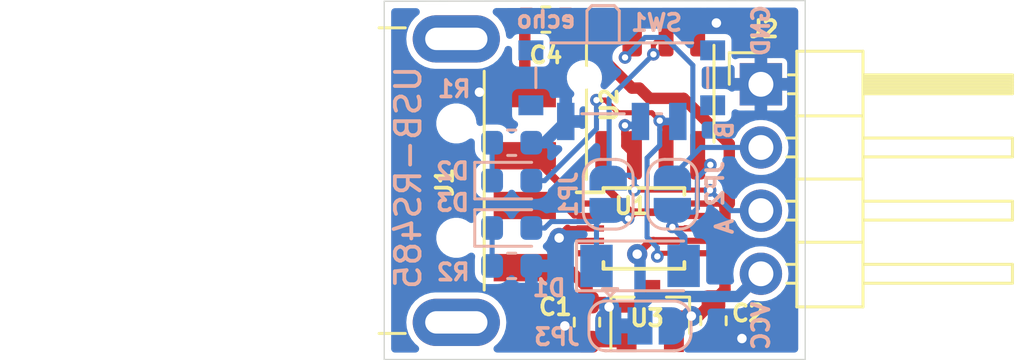
<source format=kicad_pcb>
(kicad_pcb (version 20171130) (host pcbnew 5.1.4-e60b266~84~ubuntu16.04.1)

  (general
    (thickness 0.999998)
    (drawings 10)
    (tracks 173)
    (zones 0)
    (modules 17)
    (nets 16)
  )

  (page A4)
  (layers
    (0 F.Cu signal)
    (31 B.Cu signal)
    (32 B.Adhes user hide)
    (33 F.Adhes user hide)
    (34 B.Paste user hide)
    (35 F.Paste user hide)
    (36 B.SilkS user hide)
    (37 F.SilkS user)
    (38 B.Mask user hide)
    (39 F.Mask user hide)
    (40 Dwgs.User user)
    (41 Cmts.User user)
    (42 Eco1.User user)
    (43 Eco2.User user)
    (44 Edge.Cuts user)
    (45 Margin user)
    (46 B.CrtYd user)
    (47 F.CrtYd user)
    (48 B.Fab user hide)
    (49 F.Fab user hide)
  )

  (setup
    (last_trace_width 0.2032)
    (trace_clearance 0.1524)
    (zone_clearance 0.254)
    (zone_45_only no)
    (trace_min 0.1524)
    (via_size 0.508)
    (via_drill 0.254)
    (via_min_size 0.508)
    (via_min_drill 0.254)
    (uvia_size 0.3)
    (uvia_drill 0.1)
    (uvias_allowed no)
    (uvia_min_size 0.2)
    (uvia_min_drill 0.1)
    (edge_width 0.05)
    (segment_width 0.2)
    (pcb_text_width 0.3)
    (pcb_text_size 1.5 1.5)
    (mod_edge_width 0.12)
    (mod_text_size 1 1)
    (mod_text_width 0.15)
    (pad_size 1.524 1.524)
    (pad_drill 0.762)
    (pad_to_mask_clearance 0.051)
    (solder_mask_min_width 0.25)
    (aux_axis_origin 0 0)
    (visible_elements FFFFFF7F)
    (pcbplotparams
      (layerselection 0x010fc_ffffffff)
      (usegerberextensions false)
      (usegerberattributes false)
      (usegerberadvancedattributes false)
      (creategerberjobfile false)
      (excludeedgelayer true)
      (linewidth 0.100000)
      (plotframeref false)
      (viasonmask false)
      (mode 1)
      (useauxorigin false)
      (hpglpennumber 1)
      (hpglpenspeed 20)
      (hpglpendiameter 15.000000)
      (psnegative false)
      (psa4output false)
      (plotreference true)
      (plotvalue true)
      (plotinvisibletext false)
      (padsonsilk false)
      (subtractmaskfromsilk false)
      (outputformat 1)
      (mirror false)
      (drillshape 1)
      (scaleselection 1)
      (outputdirectory ""))
  )

  (net 0 "")
  (net 1 GND)
  (net 2 +3V3)
  (net 3 "Net-(J1-Pad5)")
  (net 4 "Net-(J1-Pad3)")
  (net 5 "Net-(J1-Pad2)")
  (net 6 "Net-(J2-Pad3)")
  (net 7 "Net-(J2-Pad2)")
  (net 8 "Net-(SW1-Pad2)")
  (net 9 /TxD)
  (net 10 /RxD)
  (net 11 VBUS)
  (net 12 VCC)
  (net 13 "Net-(D2-Pad2)")
  (net 14 "Net-(D2-Pad1)")
  (net 15 "Net-(D3-Pad1)")

  (net_class Default "This is the default net class."
    (clearance 0.1524)
    (trace_width 0.2032)
    (via_dia 0.508)
    (via_drill 0.254)
    (uvia_dia 0.3)
    (uvia_drill 0.1)
    (add_net /RxD)
    (add_net /TxD)
    (add_net "Net-(D2-Pad1)")
    (add_net "Net-(D2-Pad2)")
    (add_net "Net-(D3-Pad1)")
    (add_net "Net-(J1-Pad2)")
    (add_net "Net-(J1-Pad3)")
    (add_net "Net-(J1-Pad5)")
    (add_net "Net-(J2-Pad2)")
    (add_net "Net-(J2-Pad3)")
    (add_net "Net-(SW1-Pad2)")
  )

  (net_class Power ""
    (clearance 0.1524)
    (trace_width 0.4572)
    (via_dia 0.8128)
    (via_drill 0.381)
    (uvia_dia 0.3)
    (uvia_drill 0.1)
    (add_net +3V3)
    (add_net GND)
    (add_net VBUS)
    (add_net VCC)
  )

  (module Connector_PinHeader_2.54mm:PinHeader_1x04_P2.54mm_Horizontal (layer F.Cu) (tedit 59FED5CB) (tstamp 5DB4C60C)
    (at 130.556 55.9435)
    (descr "Through hole angled pin header, 1x04, 2.54mm pitch, 6mm pin length, single row")
    (tags "Through hole angled pin header THT 1x04 2.54mm single row")
    (path /5DB4479F)
    (fp_text reference J2 (at 0.127 -2.2225) (layer F.SilkS)
      (effects (font (size 0.6604 0.6604) (thickness 0.15)))
    )
    (fp_text value Conn_01x04_Male (at 4.385 9.89) (layer F.Fab)
      (effects (font (size 1 1) (thickness 0.15)))
    )
    (fp_text user %R (at 2.77 3.81 90) (layer F.Fab)
      (effects (font (size 1 1) (thickness 0.15)))
    )
    (fp_line (start 10.55 -1.8) (end -1.8 -1.8) (layer F.CrtYd) (width 0.05))
    (fp_line (start 10.55 9.4) (end 10.55 -1.8) (layer F.CrtYd) (width 0.05))
    (fp_line (start -1.8 9.4) (end 10.55 9.4) (layer F.CrtYd) (width 0.05))
    (fp_line (start -1.8 -1.8) (end -1.8 9.4) (layer F.CrtYd) (width 0.05))
    (fp_line (start -1.27 -1.27) (end 0 -1.27) (layer F.SilkS) (width 0.12))
    (fp_line (start -1.27 0) (end -1.27 -1.27) (layer F.SilkS) (width 0.12))
    (fp_line (start 1.042929 8) (end 1.44 8) (layer F.SilkS) (width 0.12))
    (fp_line (start 1.042929 7.24) (end 1.44 7.24) (layer F.SilkS) (width 0.12))
    (fp_line (start 10.1 8) (end 4.1 8) (layer F.SilkS) (width 0.12))
    (fp_line (start 10.1 7.24) (end 10.1 8) (layer F.SilkS) (width 0.12))
    (fp_line (start 4.1 7.24) (end 10.1 7.24) (layer F.SilkS) (width 0.12))
    (fp_line (start 1.44 6.35) (end 4.1 6.35) (layer F.SilkS) (width 0.12))
    (fp_line (start 1.042929 5.46) (end 1.44 5.46) (layer F.SilkS) (width 0.12))
    (fp_line (start 1.042929 4.7) (end 1.44 4.7) (layer F.SilkS) (width 0.12))
    (fp_line (start 10.1 5.46) (end 4.1 5.46) (layer F.SilkS) (width 0.12))
    (fp_line (start 10.1 4.7) (end 10.1 5.46) (layer F.SilkS) (width 0.12))
    (fp_line (start 4.1 4.7) (end 10.1 4.7) (layer F.SilkS) (width 0.12))
    (fp_line (start 1.44 3.81) (end 4.1 3.81) (layer F.SilkS) (width 0.12))
    (fp_line (start 1.042929 2.92) (end 1.44 2.92) (layer F.SilkS) (width 0.12))
    (fp_line (start 1.042929 2.16) (end 1.44 2.16) (layer F.SilkS) (width 0.12))
    (fp_line (start 10.1 2.92) (end 4.1 2.92) (layer F.SilkS) (width 0.12))
    (fp_line (start 10.1 2.16) (end 10.1 2.92) (layer F.SilkS) (width 0.12))
    (fp_line (start 4.1 2.16) (end 10.1 2.16) (layer F.SilkS) (width 0.12))
    (fp_line (start 1.44 1.27) (end 4.1 1.27) (layer F.SilkS) (width 0.12))
    (fp_line (start 1.11 0.38) (end 1.44 0.38) (layer F.SilkS) (width 0.12))
    (fp_line (start 1.11 -0.38) (end 1.44 -0.38) (layer F.SilkS) (width 0.12))
    (fp_line (start 4.1 0.28) (end 10.1 0.28) (layer F.SilkS) (width 0.12))
    (fp_line (start 4.1 0.16) (end 10.1 0.16) (layer F.SilkS) (width 0.12))
    (fp_line (start 4.1 0.04) (end 10.1 0.04) (layer F.SilkS) (width 0.12))
    (fp_line (start 4.1 -0.08) (end 10.1 -0.08) (layer F.SilkS) (width 0.12))
    (fp_line (start 4.1 -0.2) (end 10.1 -0.2) (layer F.SilkS) (width 0.12))
    (fp_line (start 4.1 -0.32) (end 10.1 -0.32) (layer F.SilkS) (width 0.12))
    (fp_line (start 10.1 0.38) (end 4.1 0.38) (layer F.SilkS) (width 0.12))
    (fp_line (start 10.1 -0.38) (end 10.1 0.38) (layer F.SilkS) (width 0.12))
    (fp_line (start 4.1 -0.38) (end 10.1 -0.38) (layer F.SilkS) (width 0.12))
    (fp_line (start 4.1 -1.33) (end 1.44 -1.33) (layer F.SilkS) (width 0.12))
    (fp_line (start 4.1 8.95) (end 4.1 -1.33) (layer F.SilkS) (width 0.12))
    (fp_line (start 1.44 8.95) (end 4.1 8.95) (layer F.SilkS) (width 0.12))
    (fp_line (start 1.44 -1.33) (end 1.44 8.95) (layer F.SilkS) (width 0.12))
    (fp_line (start 4.04 7.94) (end 10.04 7.94) (layer F.Fab) (width 0.1))
    (fp_line (start 10.04 7.3) (end 10.04 7.94) (layer F.Fab) (width 0.1))
    (fp_line (start 4.04 7.3) (end 10.04 7.3) (layer F.Fab) (width 0.1))
    (fp_line (start -0.32 7.94) (end 1.5 7.94) (layer F.Fab) (width 0.1))
    (fp_line (start -0.32 7.3) (end -0.32 7.94) (layer F.Fab) (width 0.1))
    (fp_line (start -0.32 7.3) (end 1.5 7.3) (layer F.Fab) (width 0.1))
    (fp_line (start 4.04 5.4) (end 10.04 5.4) (layer F.Fab) (width 0.1))
    (fp_line (start 10.04 4.76) (end 10.04 5.4) (layer F.Fab) (width 0.1))
    (fp_line (start 4.04 4.76) (end 10.04 4.76) (layer F.Fab) (width 0.1))
    (fp_line (start -0.32 5.4) (end 1.5 5.4) (layer F.Fab) (width 0.1))
    (fp_line (start -0.32 4.76) (end -0.32 5.4) (layer F.Fab) (width 0.1))
    (fp_line (start -0.32 4.76) (end 1.5 4.76) (layer F.Fab) (width 0.1))
    (fp_line (start 4.04 2.86) (end 10.04 2.86) (layer F.Fab) (width 0.1))
    (fp_line (start 10.04 2.22) (end 10.04 2.86) (layer F.Fab) (width 0.1))
    (fp_line (start 4.04 2.22) (end 10.04 2.22) (layer F.Fab) (width 0.1))
    (fp_line (start -0.32 2.86) (end 1.5 2.86) (layer F.Fab) (width 0.1))
    (fp_line (start -0.32 2.22) (end -0.32 2.86) (layer F.Fab) (width 0.1))
    (fp_line (start -0.32 2.22) (end 1.5 2.22) (layer F.Fab) (width 0.1))
    (fp_line (start 4.04 0.32) (end 10.04 0.32) (layer F.Fab) (width 0.1))
    (fp_line (start 10.04 -0.32) (end 10.04 0.32) (layer F.Fab) (width 0.1))
    (fp_line (start 4.04 -0.32) (end 10.04 -0.32) (layer F.Fab) (width 0.1))
    (fp_line (start -0.32 0.32) (end 1.5 0.32) (layer F.Fab) (width 0.1))
    (fp_line (start -0.32 -0.32) (end -0.32 0.32) (layer F.Fab) (width 0.1))
    (fp_line (start -0.32 -0.32) (end 1.5 -0.32) (layer F.Fab) (width 0.1))
    (fp_line (start 1.5 -0.635) (end 2.135 -1.27) (layer F.Fab) (width 0.1))
    (fp_line (start 1.5 8.89) (end 1.5 -0.635) (layer F.Fab) (width 0.1))
    (fp_line (start 4.04 8.89) (end 1.5 8.89) (layer F.Fab) (width 0.1))
    (fp_line (start 4.04 -1.27) (end 4.04 8.89) (layer F.Fab) (width 0.1))
    (fp_line (start 2.135 -1.27) (end 4.04 -1.27) (layer F.Fab) (width 0.1))
    (pad 4 thru_hole oval (at 0 7.62) (size 1.7 1.7) (drill 1) (layers *.Cu *.Mask)
      (net 12 VCC))
    (pad 3 thru_hole oval (at 0 5.08) (size 1.7 1.7) (drill 1) (layers *.Cu *.Mask)
      (net 6 "Net-(J2-Pad3)"))
    (pad 2 thru_hole oval (at 0 2.54) (size 1.7 1.7) (drill 1) (layers *.Cu *.Mask)
      (net 7 "Net-(J2-Pad2)"))
    (pad 1 thru_hole rect (at 0 0) (size 1.7 1.7) (drill 1) (layers *.Cu *.Mask)
      (net 1 GND))
    (model ${KISYS3DMOD}/Connector_PinHeader_2.54mm.3dshapes/PinHeader_1x04_P2.54mm_Horizontal.wrl
      (at (xyz 0 0 0))
      (scale (xyz 1 1 1))
      (rotate (xyz 0 0 0))
    )
  )

  (module Resistor_SMD:R_0603_1608Metric (layer B.Cu) (tedit 5B301BBD) (tstamp 5DBF7385)
    (at 120.5485 63.246)
    (descr "Resistor SMD 0603 (1608 Metric), square (rectangular) end terminal, IPC_7351 nominal, (Body size source: http://www.tortai-tech.com/upload/download/2011102023233369053.pdf), generated with kicad-footprint-generator")
    (tags resistor)
    (path /5DC17F8E)
    (attr smd)
    (fp_text reference R2 (at -2.3495 0.254) (layer B.SilkS)
      (effects (font (size 0.6604 0.6604) (thickness 0.15)) (justify mirror))
    )
    (fp_text value 4k7 (at 0 -1.43) (layer B.Fab)
      (effects (font (size 1 1) (thickness 0.15)) (justify mirror))
    )
    (fp_text user %R (at 0 0) (layer B.Fab)
      (effects (font (size 0.4 0.4) (thickness 0.06)) (justify mirror))
    )
    (fp_line (start 1.48 -0.73) (end -1.48 -0.73) (layer B.CrtYd) (width 0.05))
    (fp_line (start 1.48 0.73) (end 1.48 -0.73) (layer B.CrtYd) (width 0.05))
    (fp_line (start -1.48 0.73) (end 1.48 0.73) (layer B.CrtYd) (width 0.05))
    (fp_line (start -1.48 -0.73) (end -1.48 0.73) (layer B.CrtYd) (width 0.05))
    (fp_line (start -0.162779 -0.51) (end 0.162779 -0.51) (layer B.SilkS) (width 0.12))
    (fp_line (start -0.162779 0.51) (end 0.162779 0.51) (layer B.SilkS) (width 0.12))
    (fp_line (start 0.8 -0.4) (end -0.8 -0.4) (layer B.Fab) (width 0.1))
    (fp_line (start 0.8 0.4) (end 0.8 -0.4) (layer B.Fab) (width 0.1))
    (fp_line (start -0.8 0.4) (end 0.8 0.4) (layer B.Fab) (width 0.1))
    (fp_line (start -0.8 -0.4) (end -0.8 0.4) (layer B.Fab) (width 0.1))
    (pad 2 smd roundrect (at 0.7875 0) (size 0.875 0.95) (layers B.Cu B.Paste B.Mask) (roundrect_rratio 0.25)
      (net 1 GND))
    (pad 1 smd roundrect (at -0.7875 0) (size 0.875 0.95) (layers B.Cu B.Paste B.Mask) (roundrect_rratio 0.25)
      (net 15 "Net-(D3-Pad1)"))
    (model ${KISYS3DMOD}/Resistor_SMD.3dshapes/R_0603_1608Metric.wrl
      (at (xyz 0 0 0))
      (scale (xyz 1 1 1))
      (rotate (xyz 0 0 0))
    )
  )

  (module Resistor_SMD:R_0603_1608Metric (layer B.Cu) (tedit 5B301BBD) (tstamp 5DBF606B)
    (at 120.5485 58.293)
    (descr "Resistor SMD 0603 (1608 Metric), square (rectangular) end terminal, IPC_7351 nominal, (Body size source: http://www.tortai-tech.com/upload/download/2011102023233369053.pdf), generated with kicad-footprint-generator")
    (tags resistor)
    (path /5DC188D1)
    (attr smd)
    (fp_text reference R1 (at -2.3115 -2.159) (layer B.SilkS)
      (effects (font (size 0.6604 0.6604) (thickness 0.15)) (justify mirror))
    )
    (fp_text value 4k7 (at 0 -1.43) (layer B.Fab)
      (effects (font (size 1 1) (thickness 0.15)) (justify mirror))
    )
    (fp_text user %R (at 0 0) (layer B.Fab)
      (effects (font (size 0.4 0.4) (thickness 0.06)) (justify mirror))
    )
    (fp_line (start 1.48 -0.73) (end -1.48 -0.73) (layer B.CrtYd) (width 0.05))
    (fp_line (start 1.48 0.73) (end 1.48 -0.73) (layer B.CrtYd) (width 0.05))
    (fp_line (start -1.48 0.73) (end 1.48 0.73) (layer B.CrtYd) (width 0.05))
    (fp_line (start -1.48 -0.73) (end -1.48 0.73) (layer B.CrtYd) (width 0.05))
    (fp_line (start -0.162779 -0.51) (end 0.162779 -0.51) (layer B.SilkS) (width 0.12))
    (fp_line (start -0.162779 0.51) (end 0.162779 0.51) (layer B.SilkS) (width 0.12))
    (fp_line (start 0.8 -0.4) (end -0.8 -0.4) (layer B.Fab) (width 0.1))
    (fp_line (start 0.8 0.4) (end 0.8 -0.4) (layer B.Fab) (width 0.1))
    (fp_line (start -0.8 0.4) (end 0.8 0.4) (layer B.Fab) (width 0.1))
    (fp_line (start -0.8 -0.4) (end -0.8 0.4) (layer B.Fab) (width 0.1))
    (pad 2 smd roundrect (at 0.7875 0) (size 0.875 0.95) (layers B.Cu B.Paste B.Mask) (roundrect_rratio 0.25)
      (net 1 GND))
    (pad 1 smd roundrect (at -0.7875 0) (size 0.875 0.95) (layers B.Cu B.Paste B.Mask) (roundrect_rratio 0.25)
      (net 14 "Net-(D2-Pad1)"))
    (model ${KISYS3DMOD}/Resistor_SMD.3dshapes/R_0603_1608Metric.wrl
      (at (xyz 0 0 0))
      (scale (xyz 1 1 1))
      (rotate (xyz 0 0 0))
    )
  )

  (module LED_SMD:LED_0603_1608Metric (layer B.Cu) (tedit 5B301BBE) (tstamp 5DBF5F5E)
    (at 120.5485 61.722)
    (descr "LED SMD 0603 (1608 Metric), square (rectangular) end terminal, IPC_7351 nominal, (Body size source: http://www.tortai-tech.com/upload/download/2011102023233369053.pdf), generated with kicad-footprint-generator")
    (tags diode)
    (path /5DC17884)
    (attr smd)
    (fp_text reference D3 (at -2.375 -1.016) (layer B.SilkS)
      (effects (font (size 0.6604 0.6604) (thickness 0.1524)) (justify mirror))
    )
    (fp_text value "LED green" (at 0 -1.43) (layer B.Fab)
      (effects (font (size 1 1) (thickness 0.15)) (justify mirror))
    )
    (fp_text user %R (at 0 0) (layer B.Fab)
      (effects (font (size 0.4 0.4) (thickness 0.06)) (justify mirror))
    )
    (fp_line (start 1.48 -0.73) (end -1.48 -0.73) (layer B.CrtYd) (width 0.05))
    (fp_line (start 1.48 0.73) (end 1.48 -0.73) (layer B.CrtYd) (width 0.05))
    (fp_line (start -1.48 0.73) (end 1.48 0.73) (layer B.CrtYd) (width 0.05))
    (fp_line (start -1.48 -0.73) (end -1.48 0.73) (layer B.CrtYd) (width 0.05))
    (fp_line (start -1.485 -0.735) (end 0.8 -0.735) (layer B.SilkS) (width 0.12))
    (fp_line (start -1.485 0.735) (end -1.485 -0.735) (layer B.SilkS) (width 0.12))
    (fp_line (start 0.8 0.735) (end -1.485 0.735) (layer B.SilkS) (width 0.12))
    (fp_line (start 0.8 -0.4) (end 0.8 0.4) (layer B.Fab) (width 0.1))
    (fp_line (start -0.8 -0.4) (end 0.8 -0.4) (layer B.Fab) (width 0.1))
    (fp_line (start -0.8 0.1) (end -0.8 -0.4) (layer B.Fab) (width 0.1))
    (fp_line (start -0.5 0.4) (end -0.8 0.1) (layer B.Fab) (width 0.1))
    (fp_line (start 0.8 0.4) (end -0.5 0.4) (layer B.Fab) (width 0.1))
    (pad 2 smd roundrect (at 0.7875 0) (size 0.875 0.95) (layers B.Cu B.Paste B.Mask) (roundrect_rratio 0.25)
      (net 10 /RxD))
    (pad 1 smd roundrect (at -0.7875 0) (size 0.875 0.95) (layers B.Cu B.Paste B.Mask) (roundrect_rratio 0.25)
      (net 15 "Net-(D3-Pad1)"))
    (model ${KISYS3DMOD}/LED_SMD.3dshapes/LED_0603_1608Metric.wrl
      (at (xyz 0 0 0))
      (scale (xyz 1 1 1))
      (rotate (xyz 0 0 0))
    )
  )

  (module LED_SMD:LED_0603_1608Metric (layer B.Cu) (tedit 5B301BBE) (tstamp 5DBF5F4B)
    (at 120.5485 59.817)
    (descr "LED SMD 0603 (1608 Metric), square (rectangular) end terminal, IPC_7351 nominal, (Body size source: http://www.tortai-tech.com/upload/download/2011102023233369053.pdf), generated with kicad-footprint-generator")
    (tags diode)
    (path /5DC1632E)
    (attr smd)
    (fp_text reference D2 (at -2.375 -0.381) (layer B.SilkS)
      (effects (font (size 0.6604 0.6604) (thickness 0.15)) (justify mirror))
    )
    (fp_text value "LED red" (at 0 -1.43) (layer B.Fab)
      (effects (font (size 1 1) (thickness 0.15)) (justify mirror))
    )
    (fp_text user %R (at 0 0) (layer B.Fab)
      (effects (font (size 0.4 0.4) (thickness 0.06)) (justify mirror))
    )
    (fp_line (start 1.48 -0.73) (end -1.48 -0.73) (layer B.CrtYd) (width 0.05))
    (fp_line (start 1.48 0.73) (end 1.48 -0.73) (layer B.CrtYd) (width 0.05))
    (fp_line (start -1.48 0.73) (end 1.48 0.73) (layer B.CrtYd) (width 0.05))
    (fp_line (start -1.48 -0.73) (end -1.48 0.73) (layer B.CrtYd) (width 0.05))
    (fp_line (start -1.485 -0.735) (end 0.8 -0.735) (layer B.SilkS) (width 0.12))
    (fp_line (start -1.485 0.735) (end -1.485 -0.735) (layer B.SilkS) (width 0.12))
    (fp_line (start 0.8 0.735) (end -1.485 0.735) (layer B.SilkS) (width 0.12))
    (fp_line (start 0.8 -0.4) (end 0.8 0.4) (layer B.Fab) (width 0.1))
    (fp_line (start -0.8 -0.4) (end 0.8 -0.4) (layer B.Fab) (width 0.1))
    (fp_line (start -0.8 0.1) (end -0.8 -0.4) (layer B.Fab) (width 0.1))
    (fp_line (start -0.5 0.4) (end -0.8 0.1) (layer B.Fab) (width 0.1))
    (fp_line (start 0.8 0.4) (end -0.5 0.4) (layer B.Fab) (width 0.1))
    (pad 2 smd roundrect (at 0.7875 0) (size 0.875 0.95) (layers B.Cu B.Paste B.Mask) (roundrect_rratio 0.25)
      (net 13 "Net-(D2-Pad2)"))
    (pad 1 smd roundrect (at -0.7875 0) (size 0.875 0.95) (layers B.Cu B.Paste B.Mask) (roundrect_rratio 0.25)
      (net 14 "Net-(D2-Pad1)"))
    (model ${KISYS3DMOD}/LED_SMD.3dshapes/LED_0603_1608Metric.wrl
      (at (xyz 0 0 0))
      (scale (xyz 1 1 1))
      (rotate (xyz 0 0 0))
    )
  )

  (module Jumper:SolderJumper-2_P1.3mm_Open_RoundedPad1.0x1.5mm (layer B.Cu) (tedit 5B391E66) (tstamp 5DBDC2B2)
    (at 127 60.362 90)
    (descr "SMD Solder Jumper, 1x1.5mm, rounded Pads, 0.3mm gap, open")
    (tags "solder jumper open")
    (path /5DBDA364)
    (attr virtual)
    (fp_text reference JP2 (at 0.418 1.7145 90) (layer B.SilkS)
      (effects (font (size 0.6604 0.6604) (thickness 0.15)) (justify mirror))
    )
    (fp_text value TX (at 0 -1.9 90) (layer B.Fab)
      (effects (font (size 1 1) (thickness 0.15)) (justify mirror))
    )
    (fp_line (start 1.65 -1.25) (end -1.65 -1.25) (layer B.CrtYd) (width 0.05))
    (fp_line (start 1.65 -1.25) (end 1.65 1.25) (layer B.CrtYd) (width 0.05))
    (fp_line (start -1.65 1.25) (end -1.65 -1.25) (layer B.CrtYd) (width 0.05))
    (fp_line (start -1.65 1.25) (end 1.65 1.25) (layer B.CrtYd) (width 0.05))
    (fp_line (start -0.7 1) (end 0.7 1) (layer B.SilkS) (width 0.12))
    (fp_line (start 1.4 0.3) (end 1.4 -0.3) (layer B.SilkS) (width 0.12))
    (fp_line (start 0.7 -1) (end -0.7 -1) (layer B.SilkS) (width 0.12))
    (fp_line (start -1.4 -0.3) (end -1.4 0.3) (layer B.SilkS) (width 0.12))
    (fp_arc (start -0.7 0.3) (end -0.7 1) (angle 90) (layer B.SilkS) (width 0.12))
    (fp_arc (start -0.7 -0.3) (end -1.4 -0.3) (angle 90) (layer B.SilkS) (width 0.12))
    (fp_arc (start 0.7 -0.3) (end 0.7 -1) (angle 90) (layer B.SilkS) (width 0.12))
    (fp_arc (start 0.7 0.3) (end 1.4 0.3) (angle 90) (layer B.SilkS) (width 0.12))
    (pad 2 smd custom (at 0.65 0 90) (size 1 0.5) (layers B.Cu B.Mask)
      (net 7 "Net-(J2-Pad2)") (zone_connect 2)
      (options (clearance outline) (anchor rect))
      (primitives
        (gr_circle (center 0 -0.25) (end 0.5 -0.25) (width 0))
        (gr_circle (center 0 0.25) (end 0.5 0.25) (width 0))
        (gr_poly (pts
           (xy 0 0.75) (xy -0.5 0.75) (xy -0.5 -0.75) (xy 0 -0.75)) (width 0))
      ))
    (pad 1 smd custom (at -0.65 0 90) (size 1 0.5) (layers B.Cu B.Mask)
      (net 9 /TxD) (zone_connect 2)
      (options (clearance outline) (anchor rect))
      (primitives
        (gr_circle (center 0 -0.25) (end 0.5 -0.25) (width 0))
        (gr_circle (center 0 0.25) (end 0.5 0.25) (width 0))
        (gr_poly (pts
           (xy 0 0.75) (xy 0.5 0.75) (xy 0.5 -0.75) (xy 0 -0.75)) (width 0))
      ))
  )

  (module Jumper:SolderJumper-2_P1.3mm_Open_RoundedPad1.0x1.5mm (layer B.Cu) (tedit 5B391E66) (tstamp 5DBDCF14)
    (at 124.4219 60.3654 90)
    (descr "SMD Solder Jumper, 1x1.5mm, rounded Pads, 0.3mm gap, open")
    (tags "solder jumper open")
    (path /5DBD9233)
    (attr virtual)
    (fp_text reference JP1 (at 0 -1.5875 90) (layer B.SilkS)
      (effects (font (size 0.6604 0.6604) (thickness 0.15)) (justify mirror))
    )
    (fp_text value RX (at 0 -1.9 90) (layer B.Fab)
      (effects (font (size 1 1) (thickness 0.15)) (justify mirror))
    )
    (fp_line (start 1.65 -1.25) (end -1.65 -1.25) (layer B.CrtYd) (width 0.05))
    (fp_line (start 1.65 -1.25) (end 1.65 1.25) (layer B.CrtYd) (width 0.05))
    (fp_line (start -1.65 1.25) (end -1.65 -1.25) (layer B.CrtYd) (width 0.05))
    (fp_line (start -1.65 1.25) (end 1.65 1.25) (layer B.CrtYd) (width 0.05))
    (fp_line (start -0.7 1) (end 0.7 1) (layer B.SilkS) (width 0.12))
    (fp_line (start 1.4 0.3) (end 1.4 -0.3) (layer B.SilkS) (width 0.12))
    (fp_line (start 0.7 -1) (end -0.7 -1) (layer B.SilkS) (width 0.12))
    (fp_line (start -1.4 -0.3) (end -1.4 0.3) (layer B.SilkS) (width 0.12))
    (fp_arc (start -0.7 0.3) (end -0.7 1) (angle 90) (layer B.SilkS) (width 0.12))
    (fp_arc (start -0.7 -0.3) (end -1.4 -0.3) (angle 90) (layer B.SilkS) (width 0.12))
    (fp_arc (start 0.7 -0.3) (end 0.7 -1) (angle 90) (layer B.SilkS) (width 0.12))
    (fp_arc (start 0.7 0.3) (end 1.4 0.3) (angle 90) (layer B.SilkS) (width 0.12))
    (pad 2 smd custom (at 0.65 0 90) (size 1 0.5) (layers B.Cu B.Mask)
      (net 6 "Net-(J2-Pad3)") (zone_connect 2)
      (options (clearance outline) (anchor rect))
      (primitives
        (gr_circle (center 0 -0.25) (end 0.5 -0.25) (width 0))
        (gr_circle (center 0 0.25) (end 0.5 0.25) (width 0))
        (gr_poly (pts
           (xy 0 0.75) (xy -0.5 0.75) (xy -0.5 -0.75) (xy 0 -0.75)) (width 0))
      ))
    (pad 1 smd custom (at -0.65 0 90) (size 1 0.5) (layers B.Cu B.Mask)
      (net 10 /RxD) (zone_connect 2)
      (options (clearance outline) (anchor rect))
      (primitives
        (gr_circle (center 0 -0.25) (end 0.5 -0.25) (width 0))
        (gr_circle (center 0 0.25) (end 0.5 0.25) (width 0))
        (gr_poly (pts
           (xy 0 0.75) (xy 0.5 0.75) (xy 0.5 -0.75) (xy 0 -0.75)) (width 0))
      ))
  )

  (module Jumper:SolderJumper-3_P1.3mm_Bridged12_RoundedPad1.0x1.5mm (layer B.Cu) (tedit 5C745321) (tstamp 5DBEBD89)
    (at 125.7 65.659)
    (descr "SMD Solder 3-pad Jumper, 1x1.5mm rounded Pads, 0.3mm gap, pads 1-2 bridged with 1 copper strip")
    (tags "solder jumper open")
    (path /5DBFA6DE)
    (attr virtual)
    (fp_text reference JP3 (at -3.3355 0.4445) (layer B.SilkS)
      (effects (font (size 0.6604 0.6604) (thickness 0.15)) (justify mirror))
    )
    (fp_text value SolderJumper_3_Bridged12 (at 0 -1.9) (layer B.Fab)
      (effects (font (size 1 1) (thickness 0.15)) (justify mirror))
    )
    (fp_poly (pts (xy -0.9 0.3) (xy -0.4 0.3) (xy -0.4 -0.3) (xy -0.9 -0.3)) (layer B.Cu) (width 0))
    (fp_arc (start -1.35 0.3) (end -1.35 1) (angle 90) (layer B.SilkS) (width 0.12))
    (fp_arc (start -1.35 -0.3) (end -2.05 -0.3) (angle 90) (layer B.SilkS) (width 0.12))
    (fp_arc (start 1.35 -0.3) (end 1.35 -1) (angle 90) (layer B.SilkS) (width 0.12))
    (fp_arc (start 1.35 0.3) (end 2.05 0.3) (angle 90) (layer B.SilkS) (width 0.12))
    (fp_line (start 2.3 -1.25) (end -2.3 -1.25) (layer B.CrtYd) (width 0.05))
    (fp_line (start 2.3 -1.25) (end 2.3 1.25) (layer B.CrtYd) (width 0.05))
    (fp_line (start -2.3 1.25) (end -2.3 -1.25) (layer B.CrtYd) (width 0.05))
    (fp_line (start -2.3 1.25) (end 2.3 1.25) (layer B.CrtYd) (width 0.05))
    (fp_line (start -1.4 1) (end 1.4 1) (layer B.SilkS) (width 0.12))
    (fp_line (start 2.05 0.3) (end 2.05 -0.3) (layer B.SilkS) (width 0.12))
    (fp_line (start 1.4 -1) (end -1.4 -1) (layer B.SilkS) (width 0.12))
    (fp_line (start -2.05 -0.3) (end -2.05 0.3) (layer B.SilkS) (width 0.12))
    (fp_line (start -1.2 -1.2) (end -1.5 -1.5) (layer B.SilkS) (width 0.12))
    (fp_line (start -1.5 -1.5) (end -0.9 -1.5) (layer B.SilkS) (width 0.12))
    (fp_line (start -1.2 -1.2) (end -0.9 -1.5) (layer B.SilkS) (width 0.12))
    (pad 1 smd custom (at -1.3 0) (size 1 0.5) (layers B.Cu B.Mask)
      (net 11 VBUS) (zone_connect 2)
      (options (clearance outline) (anchor rect))
      (primitives
        (gr_circle (center 0 -0.25) (end 0.5 -0.25) (width 0))
        (gr_circle (center 0 0.25) (end 0.5 0.25) (width 0))
        (gr_poly (pts
           (xy 0.55 0.75) (xy 0 0.75) (xy 0 -0.75) (xy 0.55 -0.75)) (width 0))
      ))
    (pad 2 smd rect (at 0 0) (size 1 1.5) (layers B.Cu B.Mask)
      (net 12 VCC))
    (pad 3 smd custom (at 1.3 0) (size 1 0.5) (layers B.Cu B.Mask)
      (net 2 +3V3) (zone_connect 2)
      (options (clearance outline) (anchor rect))
      (primitives
        (gr_circle (center 0 -0.25) (end 0.5 -0.25) (width 0))
        (gr_circle (center 0 0.25) (end 0.5 0.25) (width 0))
        (gr_poly (pts
           (xy -0.55 0.75) (xy 0 0.75) (xy 0 -0.75) (xy -0.55 -0.75)) (width 0))
      ))
  )

  (module Package_TO_SOT_SMD:SOT-23 (layer F.Cu) (tedit 5A02FF57) (tstamp 5DBEB2B7)
    (at 126.111 65.262 90)
    (descr "SOT-23, Standard")
    (tags SOT-23)
    (path /5DBEBA65)
    (attr smd)
    (fp_text reference U3 (at -0.0795 -0.127 180) (layer F.SilkS)
      (effects (font (size 0.6604 0.6604) (thickness 0.15)))
    )
    (fp_text value XC6206P332MR (at 0 2.5 90) (layer F.Fab)
      (effects (font (size 1 1) (thickness 0.15)))
    )
    (fp_line (start 0.76 1.58) (end -0.7 1.58) (layer F.SilkS) (width 0.12))
    (fp_line (start 0.76 -1.58) (end -1.4 -1.58) (layer F.SilkS) (width 0.12))
    (fp_line (start -1.7 1.75) (end -1.7 -1.75) (layer F.CrtYd) (width 0.05))
    (fp_line (start 1.7 1.75) (end -1.7 1.75) (layer F.CrtYd) (width 0.05))
    (fp_line (start 1.7 -1.75) (end 1.7 1.75) (layer F.CrtYd) (width 0.05))
    (fp_line (start -1.7 -1.75) (end 1.7 -1.75) (layer F.CrtYd) (width 0.05))
    (fp_line (start 0.76 -1.58) (end 0.76 -0.65) (layer F.SilkS) (width 0.12))
    (fp_line (start 0.76 1.58) (end 0.76 0.65) (layer F.SilkS) (width 0.12))
    (fp_line (start -0.7 1.52) (end 0.7 1.52) (layer F.Fab) (width 0.1))
    (fp_line (start 0.7 -1.52) (end 0.7 1.52) (layer F.Fab) (width 0.1))
    (fp_line (start -0.7 -0.95) (end -0.15 -1.52) (layer F.Fab) (width 0.1))
    (fp_line (start -0.15 -1.52) (end 0.7 -1.52) (layer F.Fab) (width 0.1))
    (fp_line (start -0.7 -0.95) (end -0.7 1.5) (layer F.Fab) (width 0.1))
    (fp_text user %R (at 0 0) (layer F.Fab)
      (effects (font (size 0.5 0.5) (thickness 0.075)))
    )
    (pad 3 smd rect (at 1 0 90) (size 0.9 0.8) (layers F.Cu F.Paste F.Mask)
      (net 11 VBUS))
    (pad 2 smd rect (at -1 0.95 90) (size 0.9 0.8) (layers F.Cu F.Paste F.Mask)
      (net 2 +3V3))
    (pad 1 smd rect (at -1 -0.95 90) (size 0.9 0.8) (layers F.Cu F.Paste F.Mask)
      (net 1 GND))
    (model ${KISYS3DMOD}/Package_TO_SOT_SMD.3dshapes/SOT-23.wrl
      (at (xyz 0 0 0))
      (scale (xyz 1 1 1))
      (rotate (xyz 0 0 0))
    )
  )

  (module Diode_SMD:D_MiniMELF (layer B.Cu) (tedit 5905D8F5) (tstamp 5DBDC202)
    (at 125.702 63.246)
    (descr "Diode Mini-MELF")
    (tags "Diode Mini-MELF")
    (path /5DBDAD1A)
    (attr smd)
    (fp_text reference D1 (at -3.655 0.889 -180) (layer B.SilkS)
      (effects (font (size 0.6604 0.6604) (thickness 0.15)) (justify mirror))
    )
    (fp_text value DIODE (at 0 -1.75 -180) (layer B.Fab)
      (effects (font (size 1 1) (thickness 0.15)) (justify mirror))
    )
    (fp_text user %R (at 0 2 -180) (layer B.Fab)
      (effects (font (size 1 1) (thickness 0.15)) (justify mirror))
    )
    (fp_line (start 1.75 1) (end -2.55 1) (layer B.SilkS) (width 0.12))
    (fp_line (start -2.55 1) (end -2.55 -1) (layer B.SilkS) (width 0.12))
    (fp_line (start -2.55 -1) (end 1.75 -1) (layer B.SilkS) (width 0.12))
    (fp_line (start 1.65 0.8) (end 1.65 -0.8) (layer B.Fab) (width 0.1))
    (fp_line (start 1.65 -0.8) (end -1.65 -0.8) (layer B.Fab) (width 0.1))
    (fp_line (start -1.65 -0.8) (end -1.65 0.8) (layer B.Fab) (width 0.1))
    (fp_line (start -1.65 0.8) (end 1.65 0.8) (layer B.Fab) (width 0.1))
    (fp_line (start 0.25 0) (end 0.75 0) (layer B.Fab) (width 0.1))
    (fp_line (start 0.25 -0.4) (end -0.35 0) (layer B.Fab) (width 0.1))
    (fp_line (start 0.25 0.4) (end 0.25 -0.4) (layer B.Fab) (width 0.1))
    (fp_line (start -0.35 0) (end 0.25 0.4) (layer B.Fab) (width 0.1))
    (fp_line (start -0.35 0) (end -0.35 -0.55) (layer B.Fab) (width 0.1))
    (fp_line (start -0.35 0) (end -0.35 0.55) (layer B.Fab) (width 0.1))
    (fp_line (start -0.75 0) (end -0.35 0) (layer B.Fab) (width 0.1))
    (fp_line (start -2.65 1.1) (end 2.65 1.1) (layer B.CrtYd) (width 0.05))
    (fp_line (start 2.65 1.1) (end 2.65 -1.1) (layer B.CrtYd) (width 0.05))
    (fp_line (start 2.65 -1.1) (end -2.65 -1.1) (layer B.CrtYd) (width 0.05))
    (fp_line (start -2.65 -1.1) (end -2.65 1.1) (layer B.CrtYd) (width 0.05))
    (pad 1 smd rect (at -1.75 0) (size 1.3 1.7) (layers B.Cu B.Paste B.Mask)
      (net 10 /RxD))
    (pad 2 smd rect (at 1.75 0) (size 1.3 1.7) (layers B.Cu B.Paste B.Mask)
      (net 9 /TxD))
    (model ${KISYS3DMOD}/Diode_SMD.3dshapes/D_MiniMELF.wrl
      (at (xyz 0 0 0))
      (scale (xyz 1 1 1))
      (rotate (xyz 0 0 0))
    )
  )

  (module Button_Switch_SMD:SW_SPDT_PCM12 (layer B.Cu) (tedit 5A02FC95) (tstamp 5DB4CCEF)
    (at 124.968 56.007)
    (descr "Ultraminiature Surface Mount Slide Switch, right-angle, https://www.ckswitches.com/media/1424/pcm.pdf")
    (path /5DB60610)
    (attr smd)
    (fp_text reference SW1 (at 1.397 -2.54) (layer B.SilkS)
      (effects (font (size 0.6604 0.6604) (thickness 0.15)) (justify mirror))
    )
    (fp_text value SW_SPDT (at 0 -4.25) (layer B.Fab)
      (effects (font (size 1 1) (thickness 0.15)) (justify mirror))
    )
    (fp_line (start 3.45 -0.72) (end 3.45 0.07) (layer B.SilkS) (width 0.12))
    (fp_line (start -3.45 0.07) (end -3.45 -0.72) (layer B.SilkS) (width 0.12))
    (fp_line (start -1.6 1.12) (end 0.1 1.12) (layer B.SilkS) (width 0.12))
    (fp_line (start -2.85 -1.73) (end 2.85 -1.73) (layer B.SilkS) (width 0.12))
    (fp_line (start -0.1 -3.02) (end -0.1 -1.73) (layer B.SilkS) (width 0.12))
    (fp_line (start -1.2 -3.23) (end -0.3 -3.23) (layer B.SilkS) (width 0.12))
    (fp_line (start -1.4 -1.73) (end -1.4 -3.02) (layer B.SilkS) (width 0.12))
    (fp_line (start -0.1 -3.02) (end -0.3 -3.23) (layer B.SilkS) (width 0.12))
    (fp_line (start -1.4 -3.02) (end -1.2 -3.23) (layer B.SilkS) (width 0.12))
    (fp_line (start -4.4 -2.1) (end -4.4 2.45) (layer B.CrtYd) (width 0.05))
    (fp_line (start -1.65 -2.1) (end -4.4 -2.1) (layer B.CrtYd) (width 0.05))
    (fp_line (start -1.65 -3.4) (end -1.65 -2.1) (layer B.CrtYd) (width 0.05))
    (fp_line (start 1.65 -3.4) (end -1.65 -3.4) (layer B.CrtYd) (width 0.05))
    (fp_line (start 1.65 -2.1) (end 1.65 -3.4) (layer B.CrtYd) (width 0.05))
    (fp_line (start 4.4 -2.1) (end 1.65 -2.1) (layer B.CrtYd) (width 0.05))
    (fp_line (start 4.4 2.45) (end 4.4 -2.1) (layer B.CrtYd) (width 0.05))
    (fp_line (start -4.4 2.45) (end 4.4 2.45) (layer B.CrtYd) (width 0.05))
    (fp_line (start 1.4 1.12) (end 1.6 1.12) (layer B.SilkS) (width 0.12))
    (fp_line (start 3.35 1) (end -3.35 1) (layer B.Fab) (width 0.1))
    (fp_line (start 3.35 -1.6) (end 3.35 1) (layer B.Fab) (width 0.1))
    (fp_line (start -3.35 -1.6) (end 3.35 -1.6) (layer B.Fab) (width 0.1))
    (fp_line (start -3.35 1) (end -3.35 -1.6) (layer B.Fab) (width 0.1))
    (fp_line (start -0.1 -2.9) (end -0.1 -1.6) (layer B.Fab) (width 0.1))
    (fp_line (start -0.15 -2.95) (end -0.1 -2.9) (layer B.Fab) (width 0.1))
    (fp_line (start -0.35 -3.15) (end -0.15 -2.95) (layer B.Fab) (width 0.1))
    (fp_line (start -1.2 -3.15) (end -0.35 -3.15) (layer B.Fab) (width 0.1))
    (fp_line (start -1.4 -2.95) (end -1.2 -3.15) (layer B.Fab) (width 0.1))
    (fp_line (start -1.4 -1.65) (end -1.4 -2.95) (layer B.Fab) (width 0.1))
    (fp_text user %R (at 0 3.2) (layer B.Fab)
      (effects (font (size 1 1) (thickness 0.15)) (justify mirror))
    )
    (pad "" smd rect (at -3.65 0.78) (size 1 0.8) (layers B.Cu B.Paste B.Mask))
    (pad "" smd rect (at 3.65 0.78) (size 1 0.8) (layers B.Cu B.Paste B.Mask))
    (pad "" smd rect (at 3.65 -1.43) (size 1 0.8) (layers B.Cu B.Paste B.Mask))
    (pad "" smd rect (at -3.65 -1.43) (size 1 0.8) (layers B.Cu B.Paste B.Mask))
    (pad 3 smd rect (at 2.25 1.43) (size 0.7 1.5) (layers B.Cu B.Paste B.Mask)
      (net 13 "Net-(D2-Pad2)"))
    (pad 2 smd rect (at 0.75 1.43) (size 0.7 1.5) (layers B.Cu B.Paste B.Mask)
      (net 8 "Net-(SW1-Pad2)"))
    (pad 1 smd rect (at -2.25 1.43) (size 0.7 1.5) (layers B.Cu B.Paste B.Mask)
      (net 1 GND))
    (pad "" np_thru_hole circle (at 1.5 -0.33) (size 0.9 0.9) (drill 0.9) (layers *.Cu *.Mask))
    (pad "" np_thru_hole circle (at -1.5 -0.33) (size 0.9 0.9) (drill 0.9) (layers *.Cu *.Mask))
    (model ${KISYS3DMOD}/Button_Switch_SMD.3dshapes/SW_SPDT_PCM12.wrl
      (at (xyz 0 0 0))
      (scale (xyz 1 1 1))
      (rotate (xyz 0 0 0))
    )
  )

  (module Package_SO:TSSOP-10_3x3mm_P0.5mm (layer F.Cu) (tedit 5A02F25C) (tstamp 5DBF29E8)
    (at 125.857 61.738)
    (descr "TSSOP10: plastic thin shrink small outline package; 10 leads; body width 3 mm; (see NXP SSOP-TSSOP-VSO-REFLOW.pdf and sot552-1_po.pdf)")
    (tags "SSOP 0.5")
    (path /5DB406A7)
    (attr smd)
    (fp_text reference U1 (at -0.508 -0.905) (layer F.SilkS)
      (effects (font (size 0.6604 0.6604) (thickness 0.15)))
    )
    (fp_text value CH340E (at 0 2.55) (layer F.Fab)
      (effects (font (size 1 1) (thickness 0.15)))
    )
    (fp_text user %R (at 0 0) (layer F.Fab)
      (effects (font (size 0.6 0.6) (thickness 0.15)))
    )
    (fp_line (start -1.625 -1.45) (end -2.7 -1.45) (layer F.SilkS) (width 0.15))
    (fp_line (start -1.625 1.625) (end 1.625 1.625) (layer F.SilkS) (width 0.15))
    (fp_line (start -1.625 -1.625) (end 1.625 -1.625) (layer F.SilkS) (width 0.15))
    (fp_line (start -1.625 1.625) (end -1.625 1.35) (layer F.SilkS) (width 0.15))
    (fp_line (start 1.625 1.625) (end 1.625 1.35) (layer F.SilkS) (width 0.15))
    (fp_line (start 1.625 -1.625) (end 1.625 -1.35) (layer F.SilkS) (width 0.15))
    (fp_line (start -1.625 -1.625) (end -1.625 -1.45) (layer F.SilkS) (width 0.15))
    (fp_line (start -2.95 1.8) (end 2.95 1.8) (layer F.CrtYd) (width 0.05))
    (fp_line (start -2.95 -1.8) (end 2.95 -1.8) (layer F.CrtYd) (width 0.05))
    (fp_line (start 2.95 -1.8) (end 2.95 1.8) (layer F.CrtYd) (width 0.05))
    (fp_line (start -2.95 -1.8) (end -2.95 1.8) (layer F.CrtYd) (width 0.05))
    (fp_line (start -1.5 -0.5) (end -0.5 -1.5) (layer F.Fab) (width 0.15))
    (fp_line (start -1.5 1.5) (end -1.5 -0.5) (layer F.Fab) (width 0.15))
    (fp_line (start 1.5 1.5) (end -1.5 1.5) (layer F.Fab) (width 0.15))
    (fp_line (start 1.5 -1.5) (end 1.5 1.5) (layer F.Fab) (width 0.15))
    (fp_line (start -0.5 -1.5) (end 1.5 -1.5) (layer F.Fab) (width 0.15))
    (pad 10 smd rect (at 2.15 -1) (size 1.1 0.25) (layers F.Cu F.Paste F.Mask)
      (net 2 +3V3))
    (pad 9 smd rect (at 2.15 -0.5) (size 1.1 0.25) (layers F.Cu F.Paste F.Mask)
      (net 10 /RxD))
    (pad 8 smd rect (at 2.15 0) (size 1.1 0.25) (layers F.Cu F.Paste F.Mask)
      (net 9 /TxD))
    (pad 7 smd rect (at 2.15 0.5) (size 1.1 0.25) (layers F.Cu F.Paste F.Mask)
      (net 12 VCC))
    (pad 6 smd rect (at 2.15 1) (size 1.1 0.25) (layers F.Cu F.Paste F.Mask)
      (net 13 "Net-(D2-Pad2)"))
    (pad 5 smd rect (at -2.15 1) (size 1.1 0.25) (layers F.Cu F.Paste F.Mask))
    (pad 4 smd rect (at -2.15 0.5) (size 1.1 0.25) (layers F.Cu F.Paste F.Mask))
    (pad 3 smd rect (at -2.15 0) (size 1.1 0.25) (layers F.Cu F.Paste F.Mask)
      (net 1 GND))
    (pad 2 smd rect (at -2.15 -0.5) (size 1.1 0.25) (layers F.Cu F.Paste F.Mask)
      (net 5 "Net-(J1-Pad2)"))
    (pad 1 smd rect (at -2.15 -1) (size 1.1 0.25) (layers F.Cu F.Paste F.Mask)
      (net 4 "Net-(J1-Pad3)"))
    (model ${KISYS3DMOD}/Package_SO.3dshapes/TSSOP-10_3x3mm_P0.5mm.wrl
      (at (xyz 0 0 0))
      (scale (xyz 1 1 1))
      (rotate (xyz 0 0 0))
    )
  )

  (module Package_SO:SOIC-8_3.9x4.9mm_P1.27mm (layer F.Cu) (tedit 5C97300E) (tstamp 5DB4BE62)
    (at 126.111 56.323 90)
    (descr "SOIC, 8 Pin (JEDEC MS-012AA, https://www.analog.com/media/en/package-pcb-resources/package/pkg_pdf/soic_narrow-r/r_8.pdf), generated with kicad-footprint-generator ipc_gullwing_generator.py")
    (tags "SOIC SO")
    (path /5DB42591)
    (attr smd)
    (fp_text reference U2 (at -0.446 -1.651 90) (layer F.SilkS)
      (effects (font (size 0.6604 0.6604) (thickness 0.15)))
    )
    (fp_text value SP3485CN (at 0 3.4 90) (layer F.Fab)
      (effects (font (size 1 1) (thickness 0.15)))
    )
    (fp_text user %R (at 0 0 90) (layer F.Fab)
      (effects (font (size 0.98 0.98) (thickness 0.15)))
    )
    (fp_line (start 3.7 -2.7) (end -3.7 -2.7) (layer F.CrtYd) (width 0.05))
    (fp_line (start 3.7 2.7) (end 3.7 -2.7) (layer F.CrtYd) (width 0.05))
    (fp_line (start -3.7 2.7) (end 3.7 2.7) (layer F.CrtYd) (width 0.05))
    (fp_line (start -3.7 -2.7) (end -3.7 2.7) (layer F.CrtYd) (width 0.05))
    (fp_line (start -1.95 -1.475) (end -0.975 -2.45) (layer F.Fab) (width 0.1))
    (fp_line (start -1.95 2.45) (end -1.95 -1.475) (layer F.Fab) (width 0.1))
    (fp_line (start 1.95 2.45) (end -1.95 2.45) (layer F.Fab) (width 0.1))
    (fp_line (start 1.95 -2.45) (end 1.95 2.45) (layer F.Fab) (width 0.1))
    (fp_line (start -0.975 -2.45) (end 1.95 -2.45) (layer F.Fab) (width 0.1))
    (fp_line (start 0 -2.56) (end -3.45 -2.56) (layer F.SilkS) (width 0.12))
    (fp_line (start 0 -2.56) (end 1.95 -2.56) (layer F.SilkS) (width 0.12))
    (fp_line (start 0 2.56) (end -1.95 2.56) (layer F.SilkS) (width 0.12))
    (fp_line (start 0 2.56) (end 1.95 2.56) (layer F.SilkS) (width 0.12))
    (pad 8 smd roundrect (at 2.475 -1.905 90) (size 1.95 0.6) (layers F.Cu F.Paste F.Mask) (roundrect_rratio 0.25)
      (net 2 +3V3))
    (pad 7 smd roundrect (at 2.475 -0.635 90) (size 1.95 0.6) (layers F.Cu F.Paste F.Mask) (roundrect_rratio 0.25)
      (net 7 "Net-(J2-Pad2)"))
    (pad 6 smd roundrect (at 2.475 0.635 90) (size 1.95 0.6) (layers F.Cu F.Paste F.Mask) (roundrect_rratio 0.25)
      (net 6 "Net-(J2-Pad3)"))
    (pad 5 smd roundrect (at 2.475 1.905 90) (size 1.95 0.6) (layers F.Cu F.Paste F.Mask) (roundrect_rratio 0.25)
      (net 1 GND))
    (pad 4 smd roundrect (at -2.475 1.905 90) (size 1.95 0.6) (layers F.Cu F.Paste F.Mask) (roundrect_rratio 0.25)
      (net 9 /TxD))
    (pad 3 smd roundrect (at -2.475 0.635 90) (size 1.95 0.6) (layers F.Cu F.Paste F.Mask) (roundrect_rratio 0.25)
      (net 13 "Net-(D2-Pad2)"))
    (pad 2 smd roundrect (at -2.475 -0.635 90) (size 1.95 0.6) (layers F.Cu F.Paste F.Mask) (roundrect_rratio 0.25)
      (net 8 "Net-(SW1-Pad2)"))
    (pad 1 smd roundrect (at -2.475 -1.905 90) (size 1.95 0.6) (layers F.Cu F.Paste F.Mask) (roundrect_rratio 0.25)
      (net 10 /RxD))
    (model ${KISYS3DMOD}/Package_SO.3dshapes/SOIC-8_3.9x4.9mm_P1.27mm.wrl
      (at (xyz 0 0 0))
      (scale (xyz 1 1 1))
      (rotate (xyz 0 0 0))
    )
  )

  (module Connector_USB:USB_A_CNCTech_1001-011-01101_Horizontal (layer F.Cu) (tedit 5AFEF547) (tstamp 5DB4BE48)
    (at 111.42336 59.81724 180)
    (descr http://cnctech.us/pdfs/1001-011-01101.pdf)
    (tags USB-A)
    (path /5DB40990)
    (attr smd)
    (fp_text reference J1 (at -6.43264 -0.06326 90) (layer F.SilkS)
      (effects (font (size 0.6604 0.6604) (thickness 0.15)))
    )
    (fp_text value USB_A (at 0 8 180) (layer F.Fab)
      (effects (font (size 1 1) (thickness 0.15)))
    )
    (fp_line (start -11.4 4.55) (end -9.15 4.55) (layer F.CrtYd) (width 0.05))
    (fp_line (start -9.15 4.55) (end -9.15 7.15) (layer F.CrtYd) (width 0.05))
    (fp_line (start -9.15 7.15) (end -4.65 7.15) (layer F.CrtYd) (width 0.05))
    (fp_line (start -4.65 7.15) (end -4.65 6.52) (layer F.CrtYd) (width 0.05))
    (fp_line (start -4.65 6.52) (end 11.4 6.52) (layer F.CrtYd) (width 0.05))
    (fp_text user %R (at -6 0 90) (layer F.Fab)
      (effects (font (size 1 1) (thickness 0.15)))
    )
    (fp_line (start 11.4 6.52) (end 11.4 -6.52) (layer F.CrtYd) (width 0.05))
    (fp_line (start -4.65 -6.52) (end 11.4 -6.52) (layer F.CrtYd) (width 0.05))
    (fp_line (start -4.65 -6.52) (end -4.65 -7.15) (layer F.CrtYd) (width 0.05))
    (fp_line (start -9.15 -7.15) (end -4.65 -7.15) (layer F.CrtYd) (width 0.05))
    (fp_line (start -9.15 -7.15) (end -9.15 -4.55) (layer F.CrtYd) (width 0.05))
    (fp_line (start -11.4 -4.55) (end -9.15 -4.55) (layer F.CrtYd) (width 0.05))
    (fp_line (start -11.4 4.55) (end -11.4 -4.55) (layer F.CrtYd) (width 0.05))
    (fp_line (start -4.85 6.145) (end -3.8 6.145) (layer F.SilkS) (width 0.12))
    (fp_line (start -4.85 -6.145) (end -3.8 -6.145) (layer F.SilkS) (width 0.12))
    (fp_text user "PCB Edge" (at -4.55 -0.05 90) (layer Dwgs.User)
      (effects (font (size 0.6 0.6) (thickness 0.09)))
    )
    (fp_line (start -3.8 6.025) (end -3.8 -6.025) (layer Dwgs.User) (width 0.1))
    (fp_line (start -8.02 -4.4) (end -8.02 4.4) (layer F.SilkS) (width 0.12))
    (fp_circle (center -6.9 2.3) (end -6.9 2.8) (layer F.Fab) (width 0.1))
    (fp_circle (center -6.9 -2.3) (end -6.9 -2.8) (layer F.Fab) (width 0.1))
    (fp_line (start -10.4 -3.25) (end -7.9 -3.25) (layer F.Fab) (width 0.1))
    (fp_line (start -10.4 -3.25) (end -10.4 -3.75) (layer F.Fab) (width 0.1))
    (fp_line (start -10.4 -3.75) (end -7.9 -3.75) (layer F.Fab) (width 0.1))
    (fp_line (start -10.4 -1.25) (end -7.9 -1.25) (layer F.Fab) (width 0.1))
    (fp_line (start -10.4 -0.75) (end -7.9 -0.75) (layer F.Fab) (width 0.1))
    (fp_line (start -10.4 -0.75) (end -10.4 -1.25) (layer F.Fab) (width 0.1))
    (fp_line (start -10.4 1.25) (end -7.9 1.25) (layer F.Fab) (width 0.1))
    (fp_line (start -10.4 1.25) (end -10.4 0.75) (layer F.Fab) (width 0.1))
    (fp_line (start -10.4 0.75) (end -7.9 0.75) (layer F.Fab) (width 0.1))
    (fp_line (start -10.4 3.75) (end -7.9 3.75) (layer F.Fab) (width 0.1))
    (fp_line (start -10.4 3.25) (end -7.9 3.25) (layer F.Fab) (width 0.1))
    (fp_line (start -10.4 3.75) (end -10.4 3.25) (layer F.Fab) (width 0.1))
    (fp_line (start 10.9 6.025) (end 10.9 -6.025) (layer F.Fab) (width 0.1))
    (fp_line (start -7.9 6.025) (end 10.9 6.025) (layer F.Fab) (width 0.1))
    (fp_line (start -7.9 -6.025) (end 10.9 -6.025) (layer F.Fab) (width 0.1))
    (fp_line (start -7.9 6.025) (end -7.9 -6.025) (layer F.Fab) (width 0.1))
    (pad "" np_thru_hole circle (at -6.9 2.3 180) (size 1.1 1.1) (drill 1.1) (layers *.Cu *.Mask))
    (pad "" np_thru_hole circle (at -6.9 -2.3 180) (size 1.1 1.1) (drill 1.1) (layers *.Cu *.Mask))
    (pad 5 thru_hole oval (at -6.9 5.7 180) (size 3.5 1.9) (drill oval 2.5 0.9) (layers *.Cu *.Mask)
      (net 3 "Net-(J1-Pad5)"))
    (pad 5 thru_hole oval (at -6.9 -5.7 180) (size 3.5 1.9) (drill oval 2.5 0.9) (layers *.Cu *.Mask)
      (net 3 "Net-(J1-Pad5)"))
    (pad 4 smd rect (at -9.65 3.5 180) (size 2.5 1.1) (layers F.Cu F.Paste F.Mask)
      (net 1 GND))
    (pad 1 smd rect (at -9.65 -3.5 180) (size 2.5 1.1) (layers F.Cu F.Paste F.Mask)
      (net 11 VBUS))
    (pad 3 smd rect (at -9.65 1 180) (size 2.5 1.1) (layers F.Cu F.Paste F.Mask)
      (net 4 "Net-(J1-Pad3)"))
    (pad 2 smd rect (at -9.65 -1 180) (size 2.5 1.1) (layers F.Cu F.Paste F.Mask)
      (net 5 "Net-(J1-Pad2)"))
    (model ${KISYS3DMOD}/Connector_USB.3dshapes/USB_A_CNCTech_1001-011-01101_Horizontal.wrl
      (at (xyz 0 0 0))
      (scale (xyz 1 1 1))
      (rotate (xyz 0 0 0))
    )
  )

  (module Capacitor_SMD:C_0603_1608Metric (layer F.Cu) (tedit 5B301BBE) (tstamp 5DB4BE18)
    (at 121.92 53.34 180)
    (descr "Capacitor SMD 0603 (1608 Metric), square (rectangular) end terminal, IPC_7351 nominal, (Body size source: http://www.tortai-tech.com/upload/download/2011102023233369053.pdf), generated with kicad-footprint-generator")
    (tags capacitor)
    (path /5DB551B5)
    (attr smd)
    (fp_text reference C4 (at 0 -1.43) (layer F.SilkS)
      (effects (font (size 0.6604 0.6604) (thickness 0.15)))
    )
    (fp_text value 100nF (at 0 1.43) (layer F.Fab)
      (effects (font (size 1 1) (thickness 0.15)))
    )
    (fp_text user %R (at 0 0) (layer F.Fab)
      (effects (font (size 0.4 0.4) (thickness 0.06)))
    )
    (fp_line (start 1.48 0.73) (end -1.48 0.73) (layer F.CrtYd) (width 0.05))
    (fp_line (start 1.48 -0.73) (end 1.48 0.73) (layer F.CrtYd) (width 0.05))
    (fp_line (start -1.48 -0.73) (end 1.48 -0.73) (layer F.CrtYd) (width 0.05))
    (fp_line (start -1.48 0.73) (end -1.48 -0.73) (layer F.CrtYd) (width 0.05))
    (fp_line (start -0.162779 0.51) (end 0.162779 0.51) (layer F.SilkS) (width 0.12))
    (fp_line (start -0.162779 -0.51) (end 0.162779 -0.51) (layer F.SilkS) (width 0.12))
    (fp_line (start 0.8 0.4) (end -0.8 0.4) (layer F.Fab) (width 0.1))
    (fp_line (start 0.8 -0.4) (end 0.8 0.4) (layer F.Fab) (width 0.1))
    (fp_line (start -0.8 -0.4) (end 0.8 -0.4) (layer F.Fab) (width 0.1))
    (fp_line (start -0.8 0.4) (end -0.8 -0.4) (layer F.Fab) (width 0.1))
    (pad 2 smd roundrect (at 0.7875 0 180) (size 0.875 0.95) (layers F.Cu F.Paste F.Mask) (roundrect_rratio 0.25)
      (net 1 GND))
    (pad 1 smd roundrect (at -0.7875 0 180) (size 0.875 0.95) (layers F.Cu F.Paste F.Mask) (roundrect_rratio 0.25)
      (net 2 +3V3))
    (model ${KISYS3DMOD}/Capacitor_SMD.3dshapes/C_0603_1608Metric.wrl
      (at (xyz 0 0 0))
      (scale (xyz 1 1 1))
      (rotate (xyz 0 0 0))
    )
  )

  (module Capacitor_SMD:C_0603_1608Metric (layer F.Cu) (tedit 5B301BBE) (tstamp 5DB4CF5F)
    (at 128.651 65.45072 270)
    (descr "Capacitor SMD 0603 (1608 Metric), square (rectangular) end terminal, IPC_7351 nominal, (Body size source: http://www.tortai-tech.com/upload/download/2011102023233369053.pdf), generated with kicad-footprint-generator")
    (tags capacitor)
    (path /5DB532E8)
    (attr smd)
    (fp_text reference C2 (at -0.29972 -1.397 180) (layer F.SilkS)
      (effects (font (size 0.6604 0.6604) (thickness 0.15)))
    )
    (fp_text value 1uF (at 0 1.43 90) (layer F.Fab)
      (effects (font (size 1 1) (thickness 0.15)))
    )
    (fp_line (start -0.8 0.4) (end -0.8 -0.4) (layer F.Fab) (width 0.1))
    (fp_line (start -0.8 -0.4) (end 0.8 -0.4) (layer F.Fab) (width 0.1))
    (fp_line (start 0.8 -0.4) (end 0.8 0.4) (layer F.Fab) (width 0.1))
    (fp_line (start 0.8 0.4) (end -0.8 0.4) (layer F.Fab) (width 0.1))
    (fp_line (start -0.162779 -0.51) (end 0.162779 -0.51) (layer F.SilkS) (width 0.12))
    (fp_line (start -0.162779 0.51) (end 0.162779 0.51) (layer F.SilkS) (width 0.12))
    (fp_line (start -1.48 0.73) (end -1.48 -0.73) (layer F.CrtYd) (width 0.05))
    (fp_line (start -1.48 -0.73) (end 1.48 -0.73) (layer F.CrtYd) (width 0.05))
    (fp_line (start 1.48 -0.73) (end 1.48 0.73) (layer F.CrtYd) (width 0.05))
    (fp_line (start 1.48 0.73) (end -1.48 0.73) (layer F.CrtYd) (width 0.05))
    (fp_text user %R (at 0 0 90) (layer F.Fab)
      (effects (font (size 0.4 0.4) (thickness 0.06)))
    )
    (pad 1 smd roundrect (at -0.7875 0 270) (size 0.875 0.95) (layers F.Cu F.Paste F.Mask) (roundrect_rratio 0.25)
      (net 2 +3V3))
    (pad 2 smd roundrect (at 0.7875 0 270) (size 0.875 0.95) (layers F.Cu F.Paste F.Mask) (roundrect_rratio 0.25)
      (net 1 GND))
    (model ${KISYS3DMOD}/Capacitor_SMD.3dshapes/C_0603_1608Metric.wrl
      (at (xyz 0 0 0))
      (scale (xyz 1 1 1))
      (rotate (xyz 0 0 0))
    )
  )

  (module Capacitor_SMD:C_0603_1608Metric (layer F.Cu) (tedit 5B301BBE) (tstamp 5DB4D023)
    (at 123.571 65.5065 270)
    (descr "Capacitor SMD 0603 (1608 Metric), square (rectangular) end terminal, IPC_7351 nominal, (Body size source: http://www.tortai-tech.com/upload/download/2011102023233369053.pdf), generated with kicad-footprint-generator")
    (tags capacitor)
    (path /5DB5AB72)
    (attr smd)
    (fp_text reference C1 (at -0.6095 1.27 180) (layer F.SilkS)
      (effects (font (size 0.6604 0.6604) (thickness 0.15)))
    )
    (fp_text value 1uF (at 0 1.43 90) (layer F.Fab)
      (effects (font (size 1 1) (thickness 0.15)))
    )
    (fp_line (start -0.8 0.4) (end -0.8 -0.4) (layer F.Fab) (width 0.1))
    (fp_line (start -0.8 -0.4) (end 0.8 -0.4) (layer F.Fab) (width 0.1))
    (fp_line (start 0.8 -0.4) (end 0.8 0.4) (layer F.Fab) (width 0.1))
    (fp_line (start 0.8 0.4) (end -0.8 0.4) (layer F.Fab) (width 0.1))
    (fp_line (start -0.162779 -0.51) (end 0.162779 -0.51) (layer F.SilkS) (width 0.12))
    (fp_line (start -0.162779 0.51) (end 0.162779 0.51) (layer F.SilkS) (width 0.12))
    (fp_line (start -1.48 0.73) (end -1.48 -0.73) (layer F.CrtYd) (width 0.05))
    (fp_line (start -1.48 -0.73) (end 1.48 -0.73) (layer F.CrtYd) (width 0.05))
    (fp_line (start 1.48 -0.73) (end 1.48 0.73) (layer F.CrtYd) (width 0.05))
    (fp_line (start 1.48 0.73) (end -1.48 0.73) (layer F.CrtYd) (width 0.05))
    (fp_text user %R (at 0 0 90) (layer F.Fab)
      (effects (font (size 0.4 0.4) (thickness 0.06)))
    )
    (pad 1 smd roundrect (at -0.7875 0 270) (size 0.875 0.95) (layers F.Cu F.Paste F.Mask) (roundrect_rratio 0.25)
      (net 11 VBUS))
    (pad 2 smd roundrect (at 0.7875 0 270) (size 0.875 0.95) (layers F.Cu F.Paste F.Mask) (roundrect_rratio 0.25)
      (net 1 GND))
    (model ${KISYS3DMOD}/Capacitor_SMD.3dshapes/C_0603_1608Metric.wrl
      (at (xyz 0 0 0))
      (scale (xyz 1 1 1))
      (rotate (xyz 0 0 0))
    )
  )

  (gr_text VCC (at 130.556 65.659 90) (layer B.SilkS)
    (effects (font (size 0.6604 0.6604) (thickness 0.1524)) (justify mirror))
  )
  (gr_text GND (at 130.556 53.7845 90) (layer B.SilkS)
    (effects (font (size 0.6604 0.6604) (thickness 0.1524)) (justify mirror))
  )
  (gr_text B (at 129.0955 57.785 90) (layer B.SilkS)
    (effects (font (size 0.6604 0.6604) (thickness 0.1524)) (justify mirror))
  )
  (gr_text A (at 129.0955 61.6585 90) (layer B.SilkS)
    (effects (font (size 0.6604 0.6604) (thickness 0.1524)) (justify mirror))
  )
  (gr_text echo (at 121.92 53.34) (layer B.SilkS)
    (effects (font (size 0.6604 0.6604) (thickness 0.1524)) (justify mirror))
  )
  (gr_text USB-RS485 (at 116.3955 59.69 90) (layer B.SilkS)
    (effects (font (size 0.9906 0.9906) (thickness 0.1524)) (justify mirror))
  )
  (gr_line (start 115.42776 67.01028) (end 115.42776 52.6034) (layer Edge.Cuts) (width 0.05) (tstamp 5DBEC819))
  (gr_line (start 132.334 67.01028) (end 115.42776 67.01028) (layer Edge.Cuts) (width 0.05))
  (gr_line (start 132.334 52.578) (end 132.334 67.01028) (layer Edge.Cuts) (width 0.05))
  (gr_line (start 115.42776 52.6034) (end 132.334 52.578) (layer Edge.Cuts) (width 0.05))

  (segment (start 125.129 66.294) (end 125.161 66.262) (width 0.4572) (layer F.Cu) (net 1))
  (segment (start 123.571 66.294) (end 125.129 66.294) (width 0.4572) (layer F.Cu) (net 1))
  (segment (start 128.38671 53.47729) (end 128.76771 53.47729) (width 0.3048) (layer F.Cu) (net 1))
  (segment (start 128.016 53.848) (end 128.38671 53.47729) (width 0.3048) (layer F.Cu) (net 1))
  (via (at 128.76771 53.47729) (size 0.8128) (drill 0.381) (layers F.Cu B.Cu) (net 1))
  (segment (start 121.07336 53.39914) (end 121.1325 53.34) (width 0.4572) (layer F.Cu) (net 1))
  (segment (start 121.07336 56.31724) (end 121.07336 53.39914) (width 0.4572) (layer F.Cu) (net 1))
  (segment (start 123.707 61.738) (end 122.792998 61.738) (width 0.2032) (layer F.Cu) (net 1))
  (via (at 119.253 56.261) (size 0.8128) (drill 0.381) (layers F.Cu B.Cu) (net 1))
  (segment (start 121.07336 56.31724) (end 119.30924 56.31724) (width 0.4572) (layer F.Cu) (net 1))
  (segment (start 119.30924 56.31724) (end 119.253 56.261) (width 0.4572) (layer F.Cu) (net 1))
  (segment (start 129.72278 66.23822) (end 129.794 66.167) (width 0.4572) (layer F.Cu) (net 1))
  (segment (start 128.651 66.23822) (end 129.72278 66.23822) (width 0.4572) (layer F.Cu) (net 1))
  (via (at 129.794 66.167) (size 0.8128) (drill 0.381) (layers F.Cu B.Cu) (net 1))
  (via (at 122.682002 65.659) (size 0.8128) (drill 0.381) (layers F.Cu B.Cu) (net 1))
  (segment (start 123.571 66.294) (end 122.936 65.659) (width 0.4572) (layer F.Cu) (net 1))
  (segment (start 122.936 65.659) (end 122.682002 65.659) (width 0.4572) (layer F.Cu) (net 1))
  (segment (start 122.453023 62.077975) (end 122.453023 62.122939) (width 0.3048) (layer F.Cu) (net 1))
  (via (at 122.453023 62.122939) (size 0.8128) (drill 0.381) (layers F.Cu B.Cu) (net 1))
  (segment (start 122.792998 61.738) (end 122.453023 62.077975) (width 0.3048) (layer F.Cu) (net 1))
  (segment (start 121.862 58.293) (end 122.718 57.437) (width 0.4572) (layer B.Cu) (net 1))
  (segment (start 121.336 58.293) (end 121.862 58.293) (width 0.4572) (layer B.Cu) (net 1))
  (segment (start 129.112612 64.201608) (end 129.112612 60.913612) (width 0.4572) (layer F.Cu) (net 2))
  (segment (start 128.651 64.66322) (end 129.112612 64.201608) (width 0.4572) (layer F.Cu) (net 2))
  (segment (start 129.112612 60.913612) (end 128.9644 60.7654) (width 0.3048) (layer F.Cu) (net 2))
  (segment (start 128.9644 60.7654) (end 128.0344 60.7654) (width 0.2032) (layer F.Cu) (net 2))
  (segment (start 123.2155 53.848) (end 122.7075 53.34) (width 0.4572) (layer F.Cu) (net 2))
  (segment (start 124.206 53.848) (end 123.2155 53.848) (width 0.4572) (layer F.Cu) (net 2))
  (segment (start 125.675904 56.095889) (end 125.378889 56.095889) (width 0.4572) (layer F.Cu) (net 2))
  (segment (start 129.286002 60.740222) (end 129.286002 58.342038) (width 0.4572) (layer F.Cu) (net 2))
  (segment (start 124.206 54.923) (end 124.206 53.848) (width 0.4572) (layer F.Cu) (net 2))
  (segment (start 129.286002 58.342038) (end 127.451965 56.508001) (width 0.4572) (layer F.Cu) (net 2))
  (segment (start 127.451965 56.508001) (end 126.088016 56.508001) (width 0.4572) (layer F.Cu) (net 2))
  (segment (start 129.112612 60.913612) (end 129.286002 60.740222) (width 0.4572) (layer F.Cu) (net 2))
  (segment (start 125.378889 56.095889) (end 124.206 54.923) (width 0.4572) (layer F.Cu) (net 2))
  (segment (start 126.088016 56.508001) (end 125.675904 56.095889) (width 0.4572) (layer F.Cu) (net 2))
  (segment (start 128.049809 65.264411) (end 127.762 65.264411) (width 0.4572) (layer F.Cu) (net 2))
  (segment (start 127.187264 65.264411) (end 127.762 65.264411) (width 0.4572) (layer F.Cu) (net 2))
  (segment (start 127.355601 65.67081) (end 127.762 65.264411) (width 0.4572) (layer B.Cu) (net 2))
  (segment (start 127.061 65.3548) (end 127.151389 65.264411) (width 0.4572) (layer F.Cu) (net 2))
  (segment (start 127.061 66.262) (end 127.061 65.3548) (width 0.4572) (layer F.Cu) (net 2))
  (segment (start 127 65.786) (end 127.240411 65.786) (width 0.4572) (layer B.Cu) (net 2))
  (segment (start 128.651 64.66322) (end 128.049809 65.264411) (width 0.4572) (layer F.Cu) (net 2))
  (segment (start 127.151389 65.264411) (end 127.187264 65.264411) (width 0.4572) (layer F.Cu) (net 2))
  (segment (start 127.240411 65.786) (end 127.355601 65.67081) (width 0.4572) (layer B.Cu) (net 2))
  (via (at 127.762 65.264411) (size 0.8128) (drill 0.381) (layers F.Cu B.Cu) (net 2))
  (segment (start 121.36124 58.81724) (end 121.07336 58.81724) (width 0.3048) (layer F.Cu) (net 4))
  (segment (start 123.707 60.738) (end 123.282 60.738) (width 0.2032) (layer F.Cu) (net 4))
  (segment (start 122.839 60.295) (end 121.36124 58.81724) (width 0.3048) (layer F.Cu) (net 4))
  (segment (start 123.282 60.738) (end 122.839 60.295) (width 0.2032) (layer F.Cu) (net 4))
  (segment (start 123.707 61.238) (end 123.04892 61.238) (width 0.2032) (layer F.Cu) (net 5))
  (segment (start 123.04892 61.238) (end 122.62816 60.81724) (width 0.2032) (layer F.Cu) (net 5))
  (segment (start 122.62816 60.81724) (end 121.07336 60.81724) (width 0.3048) (layer F.Cu) (net 5))
  (via (at 125.098499 54.863998) (size 0.508) (drill 0.254) (layers F.Cu B.Cu) (net 7))
  (segment (start 125.098499 54.225501) (end 125.098499 54.504788) (width 0.2032) (layer F.Cu) (net 7))
  (segment (start 127.822001 58.814999) (end 127.822001 55.175906) (width 0.2032) (layer B.Cu) (net 7))
  (segment (start 127.822001 55.175906) (end 126.705329 54.059234) (width 0.2032) (layer B.Cu) (net 7))
  (segment (start 125.098499 54.504788) (end 125.098499 54.863998) (width 0.2032) (layer F.Cu) (net 7))
  (segment (start 125.352498 54.609999) (end 125.098499 54.863998) (width 0.2032) (layer B.Cu) (net 7))
  (segment (start 126.705329 54.059234) (end 125.903263 54.059234) (width 0.2032) (layer B.Cu) (net 7))
  (segment (start 125.476 53.848) (end 125.098499 54.225501) (width 0.2032) (layer F.Cu) (net 7))
  (segment (start 125.903263 54.059234) (end 125.352498 54.609999) (width 0.2032) (layer B.Cu) (net 7))
  (segment (start 125.47599 59.76599) (end 125.47599 59.838144) (width 0.2032) (layer B.Cu) (net 6))
  (segment (start 124.46 59.6) (end 125.31 59.6) (width 0.2032) (layer B.Cu) (net 6))
  (via (at 125.47599 60.197354) (size 0.508) (drill 0.254) (layers F.Cu B.Cu) (net 6))
  (segment (start 125.31 59.6) (end 125.47599 59.76599) (width 0.2032) (layer B.Cu) (net 6))
  (segment (start 125.47599 59.838144) (end 125.47599 60.197354) (width 0.2032) (layer B.Cu) (net 6))
  (segment (start 125.47599 60.197354) (end 128.502769 60.197354) (width 0.2032) (layer F.Cu) (net 6))
  (via (at 128.512013 60.206598) (size 0.508) (drill 0.254) (layers F.Cu B.Cu) (net 6))
  (segment (start 128.955535 60.65012) (end 128.766012 60.460597) (width 0.2032) (layer B.Cu) (net 6))
  (segment (start 128.502769 60.197354) (end 128.512013 60.206598) (width 0.2032) (layer F.Cu) (net 6))
  (segment (start 128.766012 60.460597) (end 128.512013 60.206598) (width 0.2032) (layer B.Cu) (net 6))
  (segment (start 125.984001 54.990999) (end 126.238 54.737) (width 0.2032) (layer B.Cu) (net 6))
  (segment (start 126.238 54.356) (end 126.238 54.37779) (width 0.2032) (layer F.Cu) (net 6))
  (segment (start 126.238 54.37779) (end 126.238 54.737) (width 0.2032) (layer F.Cu) (net 6))
  (via (at 126.238 54.737) (size 0.508) (drill 0.254) (layers F.Cu B.Cu) (net 6))
  (segment (start 124.46 56.515) (end 125.984001 54.990999) (width 0.2032) (layer B.Cu) (net 6))
  (segment (start 126.746 53.848) (end 126.238 54.356) (width 0.2032) (layer F.Cu) (net 6))
  (segment (start 124.46 59.6) (end 124.46 56.515) (width 0.2032) (layer B.Cu) (net 6))
  (segment (start 128.980539 60.65012) (end 128.955535 60.65012) (width 0.2032) (layer B.Cu) (net 6))
  (segment (start 129.353919 61.0235) (end 128.980539 60.65012) (width 0.2032) (layer B.Cu) (net 6))
  (segment (start 130.556 61.0235) (end 129.353919 61.0235) (width 0.2032) (layer B.Cu) (net 6))
  (segment (start 128.1535 58.4835) (end 130.556 58.4835) (width 0.2032) (layer B.Cu) (net 7))
  (segment (start 127 59.637) (end 127.7355 58.9015) (width 0.2032) (layer B.Cu) (net 7))
  (segment (start 127.7355 58.9015) (end 128.1535 58.4835) (width 0.2032) (layer B.Cu) (net 7))
  (segment (start 127.7355 58.9015) (end 127.822001 58.814999) (width 0.2032) (layer B.Cu) (net 7))
  (segment (start 125.095 57.95372) (end 125.095 57.59451) (width 0.3048) (layer F.Cu) (net 8))
  (segment (start 125.718 57.437) (end 125.56049 57.59451) (width 0.3048) (layer B.Cu) (net 8))
  (segment (start 125.56049 57.59451) (end 125.45421 57.59451) (width 0.3048) (layer B.Cu) (net 8))
  (segment (start 125.095 58.417) (end 125.095 57.95372) (width 0.3048) (layer F.Cu) (net 8))
  (segment (start 125.476 58.798) (end 125.095 58.417) (width 0.3048) (layer F.Cu) (net 8))
  (segment (start 125.45421 57.59451) (end 125.095 57.59451) (width 0.3048) (layer B.Cu) (net 8))
  (via (at 125.095 57.59451) (size 0.508) (drill 0.254) (layers F.Cu B.Cu) (net 8))
  (segment (start 126.522598 62.738) (end 126.395598 62.865) (width 0.2032) (layer F.Cu) (net 13))
  (segment (start 128.007 62.738) (end 126.522598 62.738) (width 0.2032) (layer F.Cu) (net 13))
  (via (at 126.395598 62.865) (size 0.508) (drill 0.254) (layers F.Cu B.Cu) (net 13))
  (via (at 126.492 57.404) (size 0.508) (drill 0.254) (layers F.Cu B.Cu) (net 13))
  (segment (start 125.984 58.90621) (end 126.492 58.39821) (width 0.2032) (layer B.Cu) (net 13))
  (segment (start 127.218 57.437) (end 126.525 57.437) (width 0.3048) (layer B.Cu) (net 13))
  (segment (start 126.492 57.76321) (end 126.492 57.404) (width 0.2032) (layer B.Cu) (net 13))
  (segment (start 126.525 57.437) (end 126.492 57.404) (width 0.3048) (layer B.Cu) (net 13))
  (segment (start 126.746 58.798) (end 126.745999 57.657999) (width 0.3048) (layer F.Cu) (net 13))
  (segment (start 125.984 62.094192) (end 125.984 58.90621) (width 0.2032) (layer B.Cu) (net 13))
  (segment (start 126.395598 62.50579) (end 125.984 62.094192) (width 0.2032) (layer B.Cu) (net 13))
  (segment (start 126.395598 62.865) (end 126.395598 62.50579) (width 0.2032) (layer B.Cu) (net 13))
  (segment (start 126.492 58.39821) (end 126.492 57.76321) (width 0.2032) (layer B.Cu) (net 13))
  (segment (start 126.745999 57.657999) (end 126.492 57.404) (width 0.3048) (layer F.Cu) (net 13))
  (segment (start 127 61.087) (end 127 61.67919) (width 0.3048) (layer B.Cu) (net 9))
  (segment (start 127.452 62.0912) (end 127.03999 61.67919) (width 0.3048) (layer B.Cu) (net 9))
  (via (at 127 61.67919) (size 0.508) (drill 0.254) (layers F.Cu B.Cu) (net 9))
  (segment (start 127.03999 61.67919) (end 127 61.67919) (width 0.3048) (layer B.Cu) (net 9))
  (segment (start 127.452 63.246) (end 127.452 62.0912) (width 0.3048) (layer B.Cu) (net 9))
  (segment (start 127.05881 61.738) (end 127 61.67919) (width 0.3048) (layer F.Cu) (net 9))
  (segment (start 128.007 61.738) (end 127.05881 61.738) (width 0.2032) (layer F.Cu) (net 9))
  (segment (start 127.85 61.087) (end 128.00401 60.93299) (width 0.2032) (layer B.Cu) (net 9))
  (segment (start 128.00401 60.93299) (end 128.00401 59.70198) (width 0.2032) (layer B.Cu) (net 9))
  (segment (start 128.269991 59.435999) (end 128.52399 59.182) (width 0.2032) (layer B.Cu) (net 9))
  (segment (start 127 61.087) (end 127.85 61.087) (width 0.2032) (layer B.Cu) (net 9))
  (segment (start 128.00401 59.70198) (end 128.269991 59.435999) (width 0.2032) (layer B.Cu) (net 9))
  (segment (start 128.4 59.182) (end 128.52399 59.182) (width 0.2032) (layer F.Cu) (net 9))
  (segment (start 128.016 58.798) (end 128.4 59.182) (width 0.2032) (layer F.Cu) (net 9))
  (via (at 128.52399 59.182) (size 0.508) (drill 0.254) (layers F.Cu B.Cu) (net 9))
  (via (at 125.222 61.341) (size 0.508) (drill 0.254) (layers F.Cu B.Cu) (net 10))
  (segment (start 124.206 59.873) (end 124.206 58.798) (width 0.3048) (layer F.Cu) (net 10))
  (segment (start 124.206 59.96579) (end 124.206 59.873) (width 0.3048) (layer F.Cu) (net 10))
  (segment (start 125.222 60.98179) (end 124.206 59.96579) (width 0.3048) (layer F.Cu) (net 10))
  (segment (start 125.222 61.341) (end 125.222 60.98179) (width 0.3048) (layer F.Cu) (net 10))
  (segment (start 127.234837 61.087001) (end 125.475999 61.087001) (width 0.3048) (layer F.Cu) (net 10))
  (segment (start 128.007 61.238) (end 127.385836 61.238) (width 0.2032) (layer F.Cu) (net 10))
  (segment (start 125.475999 61.087001) (end 125.222 61.341) (width 0.3048) (layer F.Cu) (net 10))
  (segment (start 127.385836 61.238) (end 127.234837 61.087001) (width 0.2032) (layer F.Cu) (net 10))
  (segment (start 123.952 61.558) (end 124.46 61.05) (width 0.2032) (layer B.Cu) (net 10))
  (segment (start 123.952 63.246) (end 123.952 61.558) (width 0.2032) (layer B.Cu) (net 10))
  (segment (start 124.751 61.341) (end 124.46 61.05) (width 0.2032) (layer B.Cu) (net 10))
  (segment (start 125.222 61.341) (end 124.751 61.341) (width 0.2032) (layer B.Cu) (net 10))
  (segment (start 122.13603 61.462538) (end 123.972462 61.462538) (width 0.2032) (layer B.Cu) (net 10))
  (segment (start 121.876568 61.722) (end 122.13603 61.462538) (width 0.2032) (layer B.Cu) (net 10))
  (segment (start 121.336 61.722) (end 121.876568 61.722) (width 0.2032) (layer B.Cu) (net 10))
  (segment (start 123.972462 61.462538) (end 124.46 60.975) (width 0.2032) (layer B.Cu) (net 10))
  (via (at 124.46 64.897) (size 0.8128) (drill 0.381) (layers F.Cu B.Cu) (net 11))
  (segment (start 124.282 64.719) (end 124.46 64.897) (width 0.4572) (layer F.Cu) (net 11))
  (segment (start 123.571 64.719) (end 124.282 64.719) (width 0.4572) (layer F.Cu) (net 11))
  (segment (start 124.46 65.726) (end 124.4 65.786) (width 0.4572) (layer B.Cu) (net 11))
  (segment (start 124.46 64.897) (end 124.46 65.726) (width 0.4572) (layer B.Cu) (net 11))
  (segment (start 125.476 64.897) (end 126.111 64.262) (width 0.4572) (layer F.Cu) (net 11))
  (segment (start 124.46 64.897) (end 125.476 64.897) (width 0.4572) (layer F.Cu) (net 11))
  (segment (start 122.78056 63.31724) (end 123.571 64.10768) (width 0.4572) (layer F.Cu) (net 11))
  (segment (start 121.07336 63.31724) (end 122.78056 63.31724) (width 0.4572) (layer F.Cu) (net 11))
  (segment (start 123.571 64.1815) (end 123.571 64.719) (width 0.4572) (layer F.Cu) (net 11))
  (segment (start 123.571 64.10768) (end 123.571 64.1815) (width 0.4572) (layer F.Cu) (net 11))
  (segment (start 128.007 62.238) (end 126.246 62.238) (width 0.2032) (layer F.Cu) (net 12))
  (segment (start 125.7 62.885728) (end 125.587934 62.773662) (width 0.4572) (layer B.Cu) (net 12))
  (segment (start 125.994333 62.367263) (end 125.587934 62.773662) (width 0.3048) (layer F.Cu) (net 12))
  (segment (start 126.123596 62.238) (end 125.994333 62.367263) (width 0.3048) (layer F.Cu) (net 12))
  (segment (start 125.7 65.786) (end 125.7 62.885728) (width 0.4572) (layer B.Cu) (net 12))
  (via (at 125.587934 62.773662) (size 0.8128) (drill 0.381) (layers F.Cu B.Cu) (net 12))
  (segment (start 126.246 62.238) (end 126.123596 62.238) (width 0.3048) (layer F.Cu) (net 12))
  (segment (start 126.246 62.238) (end 126.238 62.23) (width 0.3048) (layer F.Cu) (net 12))
  (segment (start 127.246 62.238) (end 126.246 62.238) (width 0.3048) (layer F.Cu) (net 12))
  (segment (start 126.106599 64.477001) (end 125.7 64.8836) (width 0.4572) (layer B.Cu) (net 12))
  (segment (start 129.642499 64.477001) (end 126.106599 64.477001) (width 0.4572) (layer B.Cu) (net 12))
  (segment (start 125.7 64.8836) (end 125.7 65.659) (width 0.4572) (layer B.Cu) (net 12))
  (segment (start 130.556 63.5635) (end 129.642499 64.477001) (width 0.4572) (layer B.Cu) (net 12))
  (via (at 123.952 56.5785) (size 0.508) (drill 0.254) (layers F.Cu B.Cu) (net 13))
  (segment (start 123.952 57.7385) (end 123.952 56.5785) (width 0.2032) (layer B.Cu) (net 13))
  (segment (start 121.8735 59.817) (end 123.952 57.7385) (width 0.2032) (layer B.Cu) (net 13))
  (segment (start 121.336 59.817) (end 121.8735 59.817) (width 0.2032) (layer B.Cu) (net 13))
  (segment (start 123.952 56.5785) (end 124.31121 56.5785) (width 0.2032) (layer F.Cu) (net 13))
  (segment (start 124.31121 56.5785) (end 124.81921 57.0865) (width 0.2032) (layer F.Cu) (net 13))
  (segment (start 126.1745 57.0865) (end 126.492 57.404) (width 0.2032) (layer F.Cu) (net 13))
  (segment (start 124.81921 57.0865) (end 126.1745 57.0865) (width 0.2032) (layer F.Cu) (net 13))
  (segment (start 119.761 59.817) (end 119.761 58.293) (width 0.2032) (layer B.Cu) (net 14))
  (segment (start 119.761 63.246) (end 119.761 61.722) (width 0.2032) (layer B.Cu) (net 15))

  (zone (net 1) (net_name GND) (layer B.Cu) (tstamp 5DBFA295) (hatch edge 0.508)
    (connect_pads (clearance 0.254))
    (min_thickness 0.3048)
    (fill yes (arc_segments 32) (thermal_gap 0.2032) (thermal_bridge_width 0.508))
    (polygon
      (pts
        (xy 115.57 52.6034) (xy 132.3086 52.6034) (xy 132.334 66.9544) (xy 115.57 66.9544)
      )
    )
    (filled_polygon
      (pts
        (xy 131.902601 66.57888) (xy 127.611338 66.57888) (xy 127.675263 66.514955) (xy 127.726049 66.453073) (xy 127.780505 66.371574)
        (xy 127.818243 66.300971) (xy 127.855752 66.210415) (xy 127.878989 66.13381) (xy 127.892233 66.06723) (xy 127.999085 66.045976)
        (xy 128.147005 65.984705) (xy 128.28013 65.895754) (xy 128.393343 65.782541) (xy 128.482294 65.649416) (xy 128.543565 65.501496)
        (xy 128.5748 65.344465) (xy 128.5748 65.184357) (xy 128.560408 65.112001) (xy 129.611318 65.112001) (xy 129.642499 65.115072)
        (xy 129.67368 65.112001) (xy 129.673691 65.112001) (xy 129.766981 65.102813) (xy 129.886679 65.066503) (xy 129.996993 65.007538)
        (xy 130.093684 64.928186) (xy 130.113573 64.903951) (xy 130.237658 64.779866) (xy 130.309703 64.801721) (xy 130.494279 64.8199)
        (xy 130.617721 64.8199) (xy 130.802297 64.801721) (xy 131.03913 64.729879) (xy 131.257396 64.613213) (xy 131.448707 64.456207)
        (xy 131.605713 64.264896) (xy 131.722379 64.04663) (xy 131.794221 63.809797) (xy 131.818479 63.5635) (xy 131.794221 63.317203)
        (xy 131.722379 63.08037) (xy 131.605713 62.862104) (xy 131.448707 62.670793) (xy 131.257396 62.513787) (xy 131.03913 62.397121)
        (xy 130.802297 62.325279) (xy 130.617721 62.3071) (xy 130.494279 62.3071) (xy 130.309703 62.325279) (xy 130.07287 62.397121)
        (xy 129.854604 62.513787) (xy 129.663293 62.670793) (xy 129.506287 62.862104) (xy 129.389621 63.08037) (xy 129.317779 63.317203)
        (xy 129.293521 63.5635) (xy 129.317779 63.809797) (xy 129.327548 63.842001) (xy 128.510366 63.842001) (xy 128.510366 62.396)
        (xy 128.502519 62.316332) (xy 128.479281 62.239725) (xy 128.441544 62.169124) (xy 128.390758 62.107242) (xy 128.328876 62.056456)
        (xy 128.258275 62.018719) (xy 128.181668 61.995481) (xy 128.102 61.987634) (xy 128.003303 61.987634) (xy 128.002714 61.981656)
        (xy 127.970761 61.876322) (xy 127.918873 61.779246) (xy 127.849043 61.694157) (xy 127.848299 61.693546) (xy 127.855955 61.687263)
        (xy 127.925263 61.617955) (xy 127.950317 61.587427) (xy 128.045343 61.558601) (xy 128.133595 61.511429) (xy 128.210948 61.447948)
        (xy 128.226855 61.428565) (xy 128.345575 61.309845) (xy 128.364958 61.293938) (xy 128.428439 61.216585) (xy 128.475611 61.128333)
        (xy 128.504659 61.032575) (xy 128.51201 60.957937) (xy 128.51201 60.957935) (xy 128.514467 60.932991) (xy 128.513864 60.926869)
        (xy 128.57868 60.991685) (xy 128.594587 61.011068) (xy 128.67194 61.074549) (xy 128.703322 61.091323) (xy 128.977068 61.36507)
        (xy 128.992971 61.384448) (xy 129.012348 61.40035) (xy 129.070323 61.447929) (xy 129.117495 61.473143) (xy 129.158576 61.495101)
        (xy 129.254334 61.524149) (xy 129.328972 61.5315) (xy 129.328974 61.5315) (xy 129.353918 61.533957) (xy 129.378862 61.5315)
        (xy 129.402914 61.5315) (xy 129.506287 61.724896) (xy 129.663293 61.916207) (xy 129.854604 62.073213) (xy 130.07287 62.189879)
        (xy 130.309703 62.261721) (xy 130.494279 62.2799) (xy 130.617721 62.2799) (xy 130.802297 62.261721) (xy 131.03913 62.189879)
        (xy 131.257396 62.073213) (xy 131.448707 61.916207) (xy 131.605713 61.724896) (xy 131.722379 61.50663) (xy 131.794221 61.269797)
        (xy 131.818479 61.0235) (xy 131.794221 60.777203) (xy 131.722379 60.54037) (xy 131.605713 60.322104) (xy 131.448707 60.130793)
        (xy 131.257396 59.973787) (xy 131.03913 59.857121) (xy 130.802297 59.785279) (xy 130.617721 59.7671) (xy 130.494279 59.7671)
        (xy 130.309703 59.785279) (xy 130.07287 59.857121) (xy 129.854604 59.973787) (xy 129.663293 60.130793) (xy 129.506287 60.322104)
        (xy 129.459143 60.410304) (xy 129.357393 60.308554) (xy 129.341487 60.289172) (xy 129.264134 60.225691) (xy 129.232752 60.208917)
        (xy 129.172413 60.148578) (xy 129.172413 60.141554) (xy 129.147034 60.013967) (xy 129.097252 59.893781) (xy 129.024979 59.785618)
        (xy 128.93859 59.699229) (xy 128.94497 59.694966) (xy 129.036956 59.60298) (xy 129.109229 59.494817) (xy 129.159011 59.374631)
        (xy 129.18439 59.247044) (xy 129.18439 59.116956) (xy 129.159435 58.9915) (xy 129.402914 58.9915) (xy 129.506287 59.184896)
        (xy 129.663293 59.376207) (xy 129.854604 59.533213) (xy 130.07287 59.649879) (xy 130.309703 59.721721) (xy 130.494279 59.7399)
        (xy 130.617721 59.7399) (xy 130.802297 59.721721) (xy 131.03913 59.649879) (xy 131.257396 59.533213) (xy 131.448707 59.376207)
        (xy 131.605713 59.184896) (xy 131.722379 58.96663) (xy 131.794221 58.729797) (xy 131.818479 58.4835) (xy 131.794221 58.237203)
        (xy 131.722379 58.00037) (xy 131.605713 57.782104) (xy 131.448707 57.590793) (xy 131.257396 57.433787) (xy 131.03913 57.317121)
        (xy 130.802297 57.245279) (xy 130.617721 57.2271) (xy 130.494279 57.2271) (xy 130.309703 57.245279) (xy 130.07287 57.317121)
        (xy 129.854604 57.433787) (xy 129.663293 57.590793) (xy 129.506287 57.782104) (xy 129.402914 57.9755) (xy 128.330001 57.9755)
        (xy 128.330001 57.595366) (xy 129.118 57.595366) (xy 129.197668 57.587519) (xy 129.274275 57.564281) (xy 129.344876 57.526544)
        (xy 129.406758 57.475758) (xy 129.457544 57.413876) (xy 129.495281 57.343275) (xy 129.518519 57.266668) (xy 129.526366 57.187)
        (xy 129.526366 57.100695) (xy 129.569259 57.123622) (xy 129.63629 57.143955) (xy 129.706 57.150821) (xy 130.3655 57.1491)
        (xy 130.4544 57.0602) (xy 130.4544 56.0451) (xy 130.6576 56.0451) (xy 130.6576 57.0602) (xy 130.7465 57.1491)
        (xy 131.406 57.150821) (xy 131.47571 57.143955) (xy 131.542741 57.123622) (xy 131.604517 57.090602) (xy 131.658664 57.046164)
        (xy 131.703102 56.992017) (xy 131.736122 56.930241) (xy 131.756455 56.86321) (xy 131.763321 56.7935) (xy 131.7616 56.134)
        (xy 131.6727 56.0451) (xy 130.6576 56.0451) (xy 130.4544 56.0451) (xy 129.4393 56.0451) (xy 129.395444 56.088956)
        (xy 129.344876 56.047456) (xy 129.274275 56.009719) (xy 129.197668 55.986481) (xy 129.118 55.978634) (xy 128.330001 55.978634)
        (xy 128.330001 55.385366) (xy 129.118 55.385366) (xy 129.197668 55.377519) (xy 129.274275 55.354281) (xy 129.344876 55.316544)
        (xy 129.349252 55.312953) (xy 129.3504 55.753) (xy 129.4393 55.8419) (xy 130.4544 55.8419) (xy 130.4544 54.8268)
        (xy 130.6576 54.8268) (xy 130.6576 55.8419) (xy 131.6727 55.8419) (xy 131.7616 55.753) (xy 131.763321 55.0935)
        (xy 131.756455 55.02379) (xy 131.736122 54.956759) (xy 131.703102 54.894983) (xy 131.658664 54.840836) (xy 131.604517 54.796398)
        (xy 131.542741 54.763378) (xy 131.47571 54.743045) (xy 131.406 54.736179) (xy 130.7465 54.7379) (xy 130.6576 54.8268)
        (xy 130.4544 54.8268) (xy 130.3655 54.7379) (xy 129.706 54.736179) (xy 129.63629 54.743045) (xy 129.569259 54.763378)
        (xy 129.526366 54.786305) (xy 129.526366 54.177) (xy 129.518519 54.097332) (xy 129.495281 54.020725) (xy 129.457544 53.950124)
        (xy 129.406758 53.888242) (xy 129.344876 53.837456) (xy 129.274275 53.799719) (xy 129.197668 53.776481) (xy 129.118 53.768634)
        (xy 128.118 53.768634) (xy 128.038332 53.776481) (xy 127.961725 53.799719) (xy 127.891124 53.837456) (xy 127.829242 53.888242)
        (xy 127.778456 53.950124) (xy 127.740719 54.020725) (xy 127.717481 54.097332) (xy 127.709634 54.177) (xy 127.709634 54.345119)
        (xy 127.082184 53.717669) (xy 127.066277 53.698286) (xy 126.988924 53.634805) (xy 126.900672 53.587633) (xy 126.804914 53.558585)
        (xy 126.730276 53.551234) (xy 126.730273 53.551234) (xy 126.705329 53.548777) (xy 126.680385 53.551234) (xy 125.928206 53.551234)
        (xy 125.903262 53.548777) (xy 125.878318 53.551234) (xy 125.878316 53.551234) (xy 125.803678 53.558585) (xy 125.70792 53.587633)
        (xy 125.707918 53.587634) (xy 125.619667 53.634805) (xy 125.565073 53.67961) (xy 125.542315 53.698286) (xy 125.526412 53.717664)
        (xy 125.040479 54.203598) (xy 125.033455 54.203598) (xy 124.905868 54.228977) (xy 124.785682 54.278759) (xy 124.677519 54.351032)
        (xy 124.585533 54.443018) (xy 124.51326 54.551181) (xy 124.463478 54.671367) (xy 124.438099 54.798954) (xy 124.438099 54.929042)
        (xy 124.463478 55.056629) (xy 124.51326 55.176815) (xy 124.585533 55.284978) (xy 124.677519 55.376964) (xy 124.785682 55.449237)
        (xy 124.800999 55.455581) (xy 124.264415 55.992165) (xy 124.291489 55.926803) (xy 124.3244 55.761348) (xy 124.3244 55.592652)
        (xy 124.291489 55.427197) (xy 124.226932 55.271342) (xy 124.13321 55.131077) (xy 124.013923 55.01179) (xy 123.873658 54.918068)
        (xy 123.717803 54.853511) (xy 123.552348 54.8206) (xy 123.383652 54.8206) (xy 123.218197 54.853511) (xy 123.062342 54.918068)
        (xy 122.922077 55.01179) (xy 122.80279 55.131077) (xy 122.709068 55.271342) (xy 122.644511 55.427197) (xy 122.6116 55.592652)
        (xy 122.6116 55.761348) (xy 122.644511 55.926803) (xy 122.709068 56.082658) (xy 122.80279 56.222923) (xy 122.911237 56.33137)
        (xy 122.9085 56.3314) (xy 122.8196 56.4203) (xy 122.8196 57.3354) (xy 123.3347 57.3354) (xy 123.4236 57.2465)
        (xy 123.424427 56.977619) (xy 123.439034 56.99948) (xy 123.444001 57.004447) (xy 123.444 57.52808) (xy 123.38409 57.58799)
        (xy 123.3347 57.5386) (xy 122.8196 57.5386) (xy 122.8196 57.5586) (xy 122.6164 57.5586) (xy 122.6164 57.5386)
        (xy 122.5964 57.5386) (xy 122.5964 57.3354) (xy 122.6164 57.3354) (xy 122.6164 56.4203) (xy 122.5275 56.3314)
        (xy 122.368 56.329679) (xy 122.29829 56.336545) (xy 122.231259 56.356878) (xy 122.223792 56.360869) (xy 122.218519 56.307332)
        (xy 122.195281 56.230725) (xy 122.157544 56.160124) (xy 122.106758 56.098242) (xy 122.044876 56.047456) (xy 121.974275 56.009719)
        (xy 121.897668 55.986481) (xy 121.818 55.978634) (xy 120.818 55.978634) (xy 120.738332 55.986481) (xy 120.661725 56.009719)
        (xy 120.591124 56.047456) (xy 120.529242 56.098242) (xy 120.478456 56.160124) (xy 120.440719 56.230725) (xy 120.417481 56.307332)
        (xy 120.409634 56.387) (xy 120.409634 57.187) (xy 120.417481 57.266668) (xy 120.440719 57.343275) (xy 120.478456 57.413876)
        (xy 120.529242 57.475758) (xy 120.591124 57.526544) (xy 120.652881 57.559554) (xy 120.645836 57.565336) (xy 120.601398 57.619483)
        (xy 120.568378 57.681259) (xy 120.548045 57.74829) (xy 120.545738 57.771709) (xy 120.501178 57.688343) (xy 120.423188 57.593312)
        (xy 120.328157 57.515322) (xy 120.219737 57.45737) (xy 120.102094 57.421684) (xy 119.97975 57.409634) (xy 119.54225 57.409634)
        (xy 119.419906 57.421684) (xy 119.302263 57.45737) (xy 119.27976 57.469398) (xy 119.27976 57.423043) (xy 119.243006 57.238268)
        (xy 119.170911 57.064215) (xy 119.066245 56.90757) (xy 118.93303 56.774355) (xy 118.776385 56.669689) (xy 118.602332 56.597594)
        (xy 118.417557 56.56084) (xy 118.229163 56.56084) (xy 118.044388 56.597594) (xy 117.870335 56.669689) (xy 117.71369 56.774355)
        (xy 117.580475 56.90757) (xy 117.475809 57.064215) (xy 117.403714 57.238268) (xy 117.36696 57.423043) (xy 117.36696 57.611437)
        (xy 117.403714 57.796212) (xy 117.475809 57.970265) (xy 117.580475 58.12691) (xy 117.71369 58.260125) (xy 117.870335 58.364791)
        (xy 118.044388 58.436886) (xy 118.229163 58.47364) (xy 118.417557 58.47364) (xy 118.602332 58.436886) (xy 118.776385 58.364791)
        (xy 118.915134 58.272083) (xy 118.915134 58.54925) (xy 118.927184 58.671594) (xy 118.96287 58.789237) (xy 119.020822 58.897657)
        (xy 119.098812 58.992688) (xy 119.174739 59.055) (xy 119.098812 59.117312) (xy 119.020822 59.212343) (xy 118.96287 59.320763)
        (xy 118.927184 59.438406) (xy 118.915134 59.56075) (xy 118.915134 60.07325) (xy 118.927184 60.195594) (xy 118.96287 60.313237)
        (xy 119.020822 60.421657) (xy 119.098812 60.516688) (xy 119.193843 60.594678) (xy 119.302263 60.65263) (xy 119.419906 60.688316)
        (xy 119.54225 60.700366) (xy 119.97975 60.700366) (xy 120.102094 60.688316) (xy 120.219737 60.65263) (xy 120.328157 60.594678)
        (xy 120.423188 60.516688) (xy 120.501178 60.421657) (xy 120.5485 60.333124) (xy 120.595822 60.421657) (xy 120.673812 60.516688)
        (xy 120.768843 60.594678) (xy 120.877263 60.65263) (xy 120.994906 60.688316) (xy 121.11725 60.700366) (xy 121.55475 60.700366)
        (xy 121.677094 60.688316) (xy 121.794737 60.65263) (xy 121.903157 60.594678) (xy 121.998188 60.516688) (xy 122.076178 60.421657)
        (xy 122.13413 60.313237) (xy 122.155683 60.242183) (xy 122.157095 60.241429) (xy 122.234448 60.177948) (xy 122.250355 60.158565)
        (xy 123.952 58.45692) (xy 123.952 58.835434) (xy 123.94709 58.836411) (xy 123.870485 58.859648) (xy 123.779929 58.897157)
        (xy 123.709326 58.934895) (xy 123.627827 58.989351) (xy 123.565945 59.040137) (xy 123.496637 59.109445) (xy 123.445851 59.171327)
        (xy 123.391395 59.252826) (xy 123.353657 59.323429) (xy 123.316148 59.413985) (xy 123.292911 59.49059) (xy 123.273789 59.586723)
        (xy 123.265942 59.666391) (xy 123.265942 59.690952) (xy 123.263534 59.7154) (xy 123.263534 60.2154) (xy 123.271381 60.295068)
        (xy 123.292716 60.3654) (xy 123.271381 60.435732) (xy 123.263534 60.5154) (xy 123.263534 60.954538) (xy 122.160974 60.954538)
        (xy 122.13603 60.952081) (xy 122.111086 60.954538) (xy 122.111083 60.954538) (xy 122.036445 60.961889) (xy 121.954757 60.986669)
        (xy 121.903157 60.944322) (xy 121.794737 60.88637) (xy 121.677094 60.850684) (xy 121.55475 60.838634) (xy 121.11725 60.838634)
        (xy 120.994906 60.850684) (xy 120.877263 60.88637) (xy 120.768843 60.944322) (xy 120.673812 61.022312) (xy 120.595822 61.117343)
        (xy 120.5485 61.205876) (xy 120.501178 61.117343) (xy 120.423188 61.022312) (xy 120.328157 60.944322) (xy 120.219737 60.88637)
        (xy 120.102094 60.850684) (xy 119.97975 60.838634) (xy 119.54225 60.838634) (xy 119.419906 60.850684) (xy 119.302263 60.88637)
        (xy 119.193843 60.944322) (xy 119.098812 61.022312) (xy 119.020822 61.117343) (xy 118.96287 61.225763) (xy 118.927184 61.343406)
        (xy 118.924685 61.368779) (xy 118.776385 61.269689) (xy 118.602332 61.197594) (xy 118.417557 61.16084) (xy 118.229163 61.16084)
        (xy 118.044388 61.197594) (xy 117.870335 61.269689) (xy 117.71369 61.374355) (xy 117.580475 61.50757) (xy 117.475809 61.664215)
        (xy 117.403714 61.838268) (xy 117.36696 62.023043) (xy 117.36696 62.211437) (xy 117.403714 62.396212) (xy 117.475809 62.570265)
        (xy 117.580475 62.72691) (xy 117.71369 62.860125) (xy 117.870335 62.964791) (xy 118.044388 63.036886) (xy 118.229163 63.07364)
        (xy 118.417557 63.07364) (xy 118.602332 63.036886) (xy 118.776385 62.964791) (xy 118.928468 62.863173) (xy 118.927184 62.867406)
        (xy 118.915134 62.98975) (xy 118.915134 63.50225) (xy 118.927184 63.624594) (xy 118.96287 63.742237) (xy 119.020822 63.850657)
        (xy 119.098812 63.945688) (xy 119.193843 64.023678) (xy 119.302263 64.08163) (xy 119.419906 64.117316) (xy 119.54225 64.129366)
        (xy 119.97975 64.129366) (xy 120.102094 64.117316) (xy 120.219737 64.08163) (xy 120.328157 64.023678) (xy 120.423188 63.945688)
        (xy 120.501178 63.850657) (xy 120.545738 63.767291) (xy 120.548045 63.79071) (xy 120.568378 63.857741) (xy 120.601398 63.919517)
        (xy 120.645836 63.973664) (xy 120.699983 64.018102) (xy 120.761759 64.051122) (xy 120.82879 64.071455) (xy 120.8985 64.078321)
        (xy 121.1455 64.0766) (xy 121.2344 63.9877) (xy 121.2344 63.3476) (xy 121.4376 63.3476) (xy 121.4376 63.9877)
        (xy 121.5265 64.0766) (xy 121.7735 64.078321) (xy 121.84321 64.071455) (xy 121.910241 64.051122) (xy 121.972017 64.018102)
        (xy 122.026164 63.973664) (xy 122.070602 63.919517) (xy 122.103622 63.857741) (xy 122.123955 63.79071) (xy 122.130821 63.721)
        (xy 122.1291 63.4365) (xy 122.0402 63.3476) (xy 121.4376 63.3476) (xy 121.2344 63.3476) (xy 121.2144 63.3476)
        (xy 121.2144 63.1444) (xy 121.2344 63.1444) (xy 121.2344 63.1244) (xy 121.4376 63.1244) (xy 121.4376 63.1444)
        (xy 122.0402 63.1444) (xy 122.1291 63.0555) (xy 122.130821 62.771) (xy 122.123955 62.70129) (xy 122.103622 62.634259)
        (xy 122.070602 62.572483) (xy 122.026164 62.518336) (xy 121.972017 62.473898) (xy 121.94934 62.461777) (xy 121.998188 62.421688)
        (xy 122.076178 62.326657) (xy 122.13413 62.218237) (xy 122.15509 62.149141) (xy 122.160163 62.146429) (xy 122.237516 62.082948)
        (xy 122.253423 62.063564) (xy 122.34645 61.970538) (xy 123.444001 61.970538) (xy 123.444001 61.987634) (xy 123.302 61.987634)
        (xy 123.222332 61.995481) (xy 123.145725 62.018719) (xy 123.075124 62.056456) (xy 123.013242 62.107242) (xy 122.962456 62.169124)
        (xy 122.924719 62.239725) (xy 122.901481 62.316332) (xy 122.893634 62.396) (xy 122.893634 64.096) (xy 122.901481 64.175668)
        (xy 122.924719 64.252275) (xy 122.962456 64.322876) (xy 123.013242 64.384758) (xy 123.075124 64.435544) (xy 123.145725 64.473281)
        (xy 123.222332 64.496519) (xy 123.302 64.504366) (xy 123.744804 64.504366) (xy 123.739706 64.511995) (xy 123.678435 64.659915)
        (xy 123.6472 64.816946) (xy 123.6472 64.904963) (xy 123.619495 64.946426) (xy 123.581757 65.017029) (xy 123.544248 65.107585)
        (xy 123.521011 65.18419) (xy 123.501889 65.280323) (xy 123.494042 65.359991) (xy 123.494042 65.384552) (xy 123.491634 65.409)
        (xy 123.491634 65.909) (xy 123.494042 65.933448) (xy 123.494042 65.958009) (xy 123.501889 66.037677) (xy 123.521011 66.13381)
        (xy 123.544248 66.210415) (xy 123.581757 66.300971) (xy 123.619495 66.371574) (xy 123.673951 66.453073) (xy 123.724737 66.514955)
        (xy 123.788662 66.57888) (xy 119.967853 66.57888) (xy 120.08712 66.481) (xy 120.256622 66.274462) (xy 120.382574 66.038823)
        (xy 120.460134 65.783141) (xy 120.486323 65.51724) (xy 120.460134 65.251339) (xy 120.382574 64.995657) (xy 120.256622 64.760018)
        (xy 120.08712 64.55348) (xy 119.880582 64.383978) (xy 119.644943 64.258026) (xy 119.389261 64.180466) (xy 119.189995 64.16084)
        (xy 117.456725 64.16084) (xy 117.257459 64.180466) (xy 117.001777 64.258026) (xy 116.766138 64.383978) (xy 116.5596 64.55348)
        (xy 116.390098 64.760018) (xy 116.264146 64.995657) (xy 116.186586 65.251339) (xy 116.160397 65.51724) (xy 116.186586 65.783141)
        (xy 116.264146 66.038823) (xy 116.390098 66.274462) (xy 116.5596 66.481) (xy 116.678867 66.57888) (xy 115.85916 66.57888)
        (xy 115.85916 53.034152) (xy 116.706552 53.032879) (xy 116.5596 53.15348) (xy 116.390098 53.360018) (xy 116.264146 53.595657)
        (xy 116.186586 53.851339) (xy 116.160397 54.11724) (xy 116.186586 54.383141) (xy 116.264146 54.638823) (xy 116.390098 54.874462)
        (xy 116.5596 55.081) (xy 116.766138 55.250502) (xy 117.001777 55.376454) (xy 117.257459 55.454014) (xy 117.456725 55.47364)
        (xy 119.189995 55.47364) (xy 119.389261 55.454014) (xy 119.644943 55.376454) (xy 119.880582 55.250502) (xy 120.08712 55.081)
        (xy 120.256622 54.874462) (xy 120.382574 54.638823) (xy 120.409634 54.549618) (xy 120.409634 54.977) (xy 120.417481 55.056668)
        (xy 120.440719 55.133275) (xy 120.478456 55.203876) (xy 120.529242 55.265758) (xy 120.591124 55.316544) (xy 120.661725 55.354281)
        (xy 120.738332 55.377519) (xy 120.818 55.385366) (xy 121.818 55.385366) (xy 121.897668 55.377519) (xy 121.974275 55.354281)
        (xy 122.044876 55.316544) (xy 122.106758 55.265758) (xy 122.157544 55.203876) (xy 122.195281 55.133275) (xy 122.218519 55.056668)
        (xy 122.226366 54.977) (xy 122.226366 54.177) (xy 122.218519 54.097332) (xy 122.195281 54.020725) (xy 122.157544 53.950124)
        (xy 122.106758 53.888242) (xy 122.044876 53.837456) (xy 121.974275 53.799719) (xy 121.897668 53.776481) (xy 121.818 53.768634)
        (xy 120.818 53.768634) (xy 120.738332 53.776481) (xy 120.661725 53.799719) (xy 120.591124 53.837456) (xy 120.529242 53.888242)
        (xy 120.478456 53.950124) (xy 120.4712 53.963698) (xy 120.460134 53.851339) (xy 120.382574 53.595657) (xy 120.256622 53.360018)
        (xy 120.08712 53.15348) (xy 119.934259 53.028029) (xy 131.9026 53.010048)
      )
    )
    (filled_polygon
      (pts
        (xy 122.115336 58.439664) (xy 122.169483 58.484102) (xy 122.231259 58.517122) (xy 122.29829 58.537455) (xy 122.368 58.544321)
        (xy 122.428411 58.543669) (xy 122.11942 58.85266) (xy 122.123955 58.83771) (xy 122.130821 58.768) (xy 122.1291 58.4835)
        (xy 122.040202 58.394602) (xy 122.078354 58.394602)
      )
    )
    (filled_polygon
      (pts
        (xy 121.4376 58.1914) (xy 121.4576 58.1914) (xy 121.4576 58.3946) (xy 121.4376 58.3946) (xy 121.4376 58.4146)
        (xy 121.2344 58.4146) (xy 121.2344 58.3946) (xy 121.2144 58.3946) (xy 121.2144 58.1914) (xy 121.2344 58.1914)
        (xy 121.2344 58.1714) (xy 121.4376 58.1714)
      )
    )
  )
)

</source>
